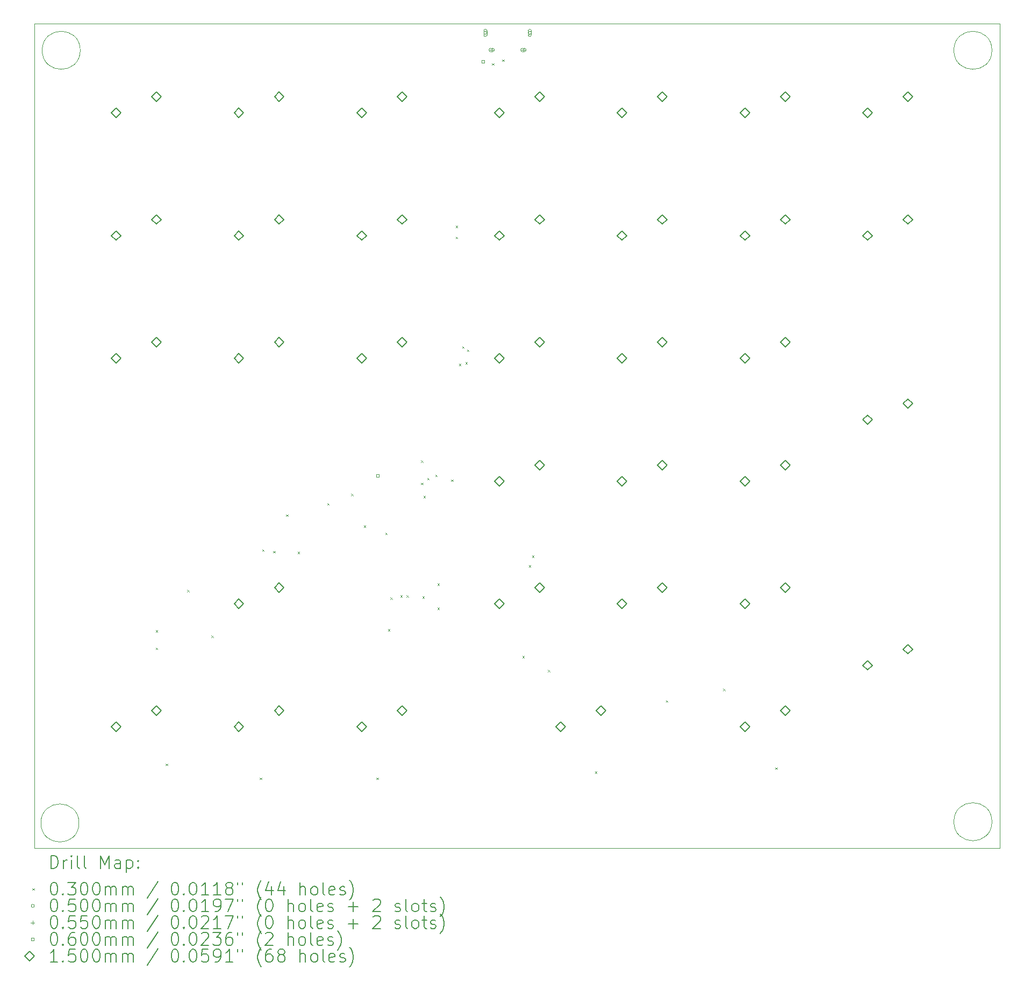
<source format=gbr>
%TF.GenerationSoftware,KiCad,Pcbnew,8.0.3*%
%TF.CreationDate,2024-06-19T10:55:35-07:00*%
%TF.ProjectId,CustomNumpad,43757374-6f6d-44e7-956d-7061642e6b69,rev?*%
%TF.SameCoordinates,Original*%
%TF.FileFunction,Drillmap*%
%TF.FilePolarity,Positive*%
%FSLAX45Y45*%
G04 Gerber Fmt 4.5, Leading zero omitted, Abs format (unit mm)*
G04 Created by KiCad (PCBNEW 8.0.3) date 2024-06-19 10:55:35*
%MOMM*%
%LPD*%
G01*
G04 APERTURE LIST*
%ADD10C,0.050000*%
%ADD11C,0.200000*%
%ADD12C,0.100000*%
%ADD13C,0.150000*%
G04 APERTURE END LIST*
D10*
X4500000Y-14400000D02*
G75*
G02*
X3900000Y-14400000I-300000J0D01*
G01*
X3900000Y-14400000D02*
G75*
G02*
X4500000Y-14400000I300000J0D01*
G01*
X18880000Y-14380000D02*
G75*
G02*
X18280000Y-14380000I-300000J0D01*
G01*
X18280000Y-14380000D02*
G75*
G02*
X18880000Y-14380000I300000J0D01*
G01*
X18880000Y-2220000D02*
G75*
G02*
X18280000Y-2220000I-300000J0D01*
G01*
X18280000Y-2220000D02*
G75*
G02*
X18880000Y-2220000I300000J0D01*
G01*
X4520000Y-2220000D02*
G75*
G02*
X3920000Y-2220000I-300000J0D01*
G01*
X3920000Y-2220000D02*
G75*
G02*
X4520000Y-2220000I300000J0D01*
G01*
X3800000Y-1800000D02*
X19000000Y-1800000D01*
X19000000Y-14800000D01*
X3800000Y-14800000D01*
X3800000Y-1800000D01*
D11*
D12*
X5710000Y-11360000D02*
X5740000Y-11390000D01*
X5740000Y-11360000D02*
X5710000Y-11390000D01*
X5710000Y-11635000D02*
X5740000Y-11665000D01*
X5740000Y-11635000D02*
X5710000Y-11665000D01*
X5865000Y-13465000D02*
X5895000Y-13495000D01*
X5895000Y-13465000D02*
X5865000Y-13495000D01*
X6205000Y-10725000D02*
X6235000Y-10755000D01*
X6235000Y-10725000D02*
X6205000Y-10755000D01*
X6585000Y-11445000D02*
X6615000Y-11475000D01*
X6615000Y-11445000D02*
X6585000Y-11475000D01*
X7345000Y-13685000D02*
X7375000Y-13715000D01*
X7375000Y-13685000D02*
X7345000Y-13715000D01*
X7385000Y-10085000D02*
X7415000Y-10115000D01*
X7415000Y-10085000D02*
X7385000Y-10115000D01*
X7560000Y-10110000D02*
X7590000Y-10140000D01*
X7590000Y-10110000D02*
X7560000Y-10140000D01*
X7760000Y-9535000D02*
X7790000Y-9565000D01*
X7790000Y-9535000D02*
X7760000Y-9565000D01*
X7945000Y-10125000D02*
X7975000Y-10155000D01*
X7975000Y-10125000D02*
X7945000Y-10155000D01*
X8410000Y-9360000D02*
X8440000Y-9390000D01*
X8440000Y-9360000D02*
X8410000Y-9390000D01*
X8785000Y-9210000D02*
X8815000Y-9240000D01*
X8815000Y-9210000D02*
X8785000Y-9240000D01*
X8985000Y-9710000D02*
X9015000Y-9740000D01*
X9015000Y-9710000D02*
X8985000Y-9740000D01*
X9185000Y-13685000D02*
X9215000Y-13715000D01*
X9215000Y-13685000D02*
X9185000Y-13715000D01*
X9325000Y-9825000D02*
X9355000Y-9855000D01*
X9355000Y-9825000D02*
X9325000Y-9855000D01*
X9365000Y-11345000D02*
X9395000Y-11375000D01*
X9395000Y-11345000D02*
X9365000Y-11375000D01*
X9405000Y-10845000D02*
X9435000Y-10875000D01*
X9435000Y-10845000D02*
X9405000Y-10875000D01*
X9560000Y-10810000D02*
X9590000Y-10840000D01*
X9590000Y-10810000D02*
X9560000Y-10840000D01*
X9660000Y-10810000D02*
X9690000Y-10840000D01*
X9690000Y-10810000D02*
X9660000Y-10840000D01*
X9885000Y-8685000D02*
X9915000Y-8715000D01*
X9915000Y-8685000D02*
X9885000Y-8715000D01*
X9885000Y-9035000D02*
X9915000Y-9065000D01*
X9915000Y-9035000D02*
X9885000Y-9065000D01*
X9910000Y-10825000D02*
X9940000Y-10855000D01*
X9940000Y-10825000D02*
X9910000Y-10855000D01*
X9925000Y-9245000D02*
X9955000Y-9275000D01*
X9955000Y-9245000D02*
X9925000Y-9275000D01*
X9985000Y-8960000D02*
X10015000Y-8990000D01*
X10015000Y-8960000D02*
X9985000Y-8990000D01*
X10110000Y-8910000D02*
X10140000Y-8940000D01*
X10140000Y-8910000D02*
X10110000Y-8940000D01*
X10145000Y-10625000D02*
X10175000Y-10655000D01*
X10175000Y-10625000D02*
X10145000Y-10655000D01*
X10145000Y-11005000D02*
X10175000Y-11035000D01*
X10175000Y-11005000D02*
X10145000Y-11035000D01*
X10360000Y-8985000D02*
X10390000Y-9015000D01*
X10390000Y-8985000D02*
X10360000Y-9015000D01*
X10435000Y-4985000D02*
X10465000Y-5015000D01*
X10465000Y-4985000D02*
X10435000Y-5015000D01*
X10435000Y-5160000D02*
X10465000Y-5190000D01*
X10465000Y-5160000D02*
X10435000Y-5190000D01*
X10485000Y-7160000D02*
X10515000Y-7190000D01*
X10515000Y-7160000D02*
X10485000Y-7190000D01*
X10535000Y-6885000D02*
X10565000Y-6915000D01*
X10565000Y-6885000D02*
X10535000Y-6915000D01*
X10585000Y-7135000D02*
X10615000Y-7165000D01*
X10615000Y-7135000D02*
X10585000Y-7165000D01*
X10610000Y-6935000D02*
X10640000Y-6965000D01*
X10640000Y-6935000D02*
X10610000Y-6965000D01*
X11005000Y-2425000D02*
X11035000Y-2455000D01*
X11035000Y-2425000D02*
X11005000Y-2455000D01*
X11165000Y-2365000D02*
X11195000Y-2395000D01*
X11195000Y-2365000D02*
X11165000Y-2395000D01*
X11485000Y-11765000D02*
X11515000Y-11795000D01*
X11515000Y-11765000D02*
X11485000Y-11795000D01*
X11585000Y-10335000D02*
X11615000Y-10365000D01*
X11615000Y-10335000D02*
X11585000Y-10365000D01*
X11635000Y-10185000D02*
X11665000Y-10215000D01*
X11665000Y-10185000D02*
X11635000Y-10215000D01*
X11885000Y-11985000D02*
X11915000Y-12015000D01*
X11915000Y-11985000D02*
X11885000Y-12015000D01*
X12625000Y-13585000D02*
X12655000Y-13615000D01*
X12655000Y-13585000D02*
X12625000Y-13615000D01*
X13745000Y-12465000D02*
X13775000Y-12495000D01*
X13775000Y-12465000D02*
X13745000Y-12495000D01*
X14645000Y-12285000D02*
X14675000Y-12315000D01*
X14675000Y-12285000D02*
X14645000Y-12315000D01*
X15465000Y-13525000D02*
X15495000Y-13555000D01*
X15495000Y-13525000D02*
X15465000Y-13555000D01*
X10925000Y-1945000D02*
G75*
G02*
X10875000Y-1945000I-25000J0D01*
G01*
X10875000Y-1945000D02*
G75*
G02*
X10925000Y-1945000I25000J0D01*
G01*
X10875000Y-1912500D02*
X10875000Y-1977500D01*
X10925000Y-1977500D02*
G75*
G02*
X10875000Y-1977500I-25000J0D01*
G01*
X10925000Y-1977500D02*
X10925000Y-1912500D01*
X10925000Y-1912500D02*
G75*
G03*
X10875000Y-1912500I-25000J0D01*
G01*
X11625000Y-1945000D02*
G75*
G02*
X11575000Y-1945000I-25000J0D01*
G01*
X11575000Y-1945000D02*
G75*
G02*
X11625000Y-1945000I25000J0D01*
G01*
X11575000Y-1912500D02*
X11575000Y-1977500D01*
X11625000Y-1977500D02*
G75*
G02*
X11575000Y-1977500I-25000J0D01*
G01*
X11625000Y-1977500D02*
X11625000Y-1912500D01*
X11625000Y-1912500D02*
G75*
G03*
X11575000Y-1912500I-25000J0D01*
G01*
X11000000Y-2187500D02*
X11000000Y-2242500D01*
X10972500Y-2215000D02*
X11027500Y-2215000D01*
X10985000Y-2242500D02*
X11015000Y-2242500D01*
X11015000Y-2187500D02*
G75*
G02*
X11015000Y-2242500I0J-27500D01*
G01*
X11015000Y-2187500D02*
X10985000Y-2187500D01*
X10985000Y-2187500D02*
G75*
G03*
X10985000Y-2242500I0J-27500D01*
G01*
X11500000Y-2187500D02*
X11500000Y-2242500D01*
X11472500Y-2215000D02*
X11527500Y-2215000D01*
X11485000Y-2242500D02*
X11515000Y-2242500D01*
X11515000Y-2187500D02*
G75*
G02*
X11515000Y-2242500I0J-27500D01*
G01*
X11515000Y-2187500D02*
X11485000Y-2187500D01*
X11485000Y-2187500D02*
G75*
G03*
X11485000Y-2242500I0J-27500D01*
G01*
X9221213Y-8946213D02*
X9221213Y-8903787D01*
X9178787Y-8903787D01*
X9178787Y-8946213D01*
X9221213Y-8946213D01*
X10881213Y-2421213D02*
X10881213Y-2378787D01*
X10838787Y-2378787D01*
X10838787Y-2421213D01*
X10881213Y-2421213D01*
D13*
X5084000Y-3281000D02*
X5159000Y-3206000D01*
X5084000Y-3131000D01*
X5009000Y-3206000D01*
X5084000Y-3281000D01*
X5084000Y-5216000D02*
X5159000Y-5141000D01*
X5084000Y-5066000D01*
X5009000Y-5141000D01*
X5084000Y-5216000D01*
X5084000Y-7151000D02*
X5159000Y-7076000D01*
X5084000Y-7001000D01*
X5009000Y-7076000D01*
X5084000Y-7151000D01*
X5084000Y-12956000D02*
X5159000Y-12881000D01*
X5084000Y-12806000D01*
X5009000Y-12881000D01*
X5084000Y-12956000D01*
X5719000Y-3027000D02*
X5794000Y-2952000D01*
X5719000Y-2877000D01*
X5644000Y-2952000D01*
X5719000Y-3027000D01*
X5719000Y-4962000D02*
X5794000Y-4887000D01*
X5719000Y-4812000D01*
X5644000Y-4887000D01*
X5719000Y-4962000D01*
X5719000Y-6897000D02*
X5794000Y-6822000D01*
X5719000Y-6747000D01*
X5644000Y-6822000D01*
X5719000Y-6897000D01*
X5719000Y-12702000D02*
X5794000Y-12627000D01*
X5719000Y-12552000D01*
X5644000Y-12627000D01*
X5719000Y-12702000D01*
X7019000Y-3281000D02*
X7094000Y-3206000D01*
X7019000Y-3131000D01*
X6944000Y-3206000D01*
X7019000Y-3281000D01*
X7019000Y-5216000D02*
X7094000Y-5141000D01*
X7019000Y-5066000D01*
X6944000Y-5141000D01*
X7019000Y-5216000D01*
X7019000Y-7151000D02*
X7094000Y-7076000D01*
X7019000Y-7001000D01*
X6944000Y-7076000D01*
X7019000Y-7151000D01*
X7019000Y-11021000D02*
X7094000Y-10946000D01*
X7019000Y-10871000D01*
X6944000Y-10946000D01*
X7019000Y-11021000D01*
X7019000Y-12956000D02*
X7094000Y-12881000D01*
X7019000Y-12806000D01*
X6944000Y-12881000D01*
X7019000Y-12956000D01*
X7654000Y-3027000D02*
X7729000Y-2952000D01*
X7654000Y-2877000D01*
X7579000Y-2952000D01*
X7654000Y-3027000D01*
X7654000Y-4962000D02*
X7729000Y-4887000D01*
X7654000Y-4812000D01*
X7579000Y-4887000D01*
X7654000Y-4962000D01*
X7654000Y-6897000D02*
X7729000Y-6822000D01*
X7654000Y-6747000D01*
X7579000Y-6822000D01*
X7654000Y-6897000D01*
X7654000Y-10767000D02*
X7729000Y-10692000D01*
X7654000Y-10617000D01*
X7579000Y-10692000D01*
X7654000Y-10767000D01*
X7654000Y-12702000D02*
X7729000Y-12627000D01*
X7654000Y-12552000D01*
X7579000Y-12627000D01*
X7654000Y-12702000D01*
X8954000Y-3281000D02*
X9029000Y-3206000D01*
X8954000Y-3131000D01*
X8879000Y-3206000D01*
X8954000Y-3281000D01*
X8954000Y-5216000D02*
X9029000Y-5141000D01*
X8954000Y-5066000D01*
X8879000Y-5141000D01*
X8954000Y-5216000D01*
X8954000Y-7151000D02*
X9029000Y-7076000D01*
X8954000Y-7001000D01*
X8879000Y-7076000D01*
X8954000Y-7151000D01*
X8954000Y-12956000D02*
X9029000Y-12881000D01*
X8954000Y-12806000D01*
X8879000Y-12881000D01*
X8954000Y-12956000D01*
X9589000Y-3027000D02*
X9664000Y-2952000D01*
X9589000Y-2877000D01*
X9514000Y-2952000D01*
X9589000Y-3027000D01*
X9589000Y-4962000D02*
X9664000Y-4887000D01*
X9589000Y-4812000D01*
X9514000Y-4887000D01*
X9589000Y-4962000D01*
X9589000Y-6897000D02*
X9664000Y-6822000D01*
X9589000Y-6747000D01*
X9514000Y-6822000D01*
X9589000Y-6897000D01*
X9589000Y-12702000D02*
X9664000Y-12627000D01*
X9589000Y-12552000D01*
X9514000Y-12627000D01*
X9589000Y-12702000D01*
X11119000Y-3281000D02*
X11194000Y-3206000D01*
X11119000Y-3131000D01*
X11044000Y-3206000D01*
X11119000Y-3281000D01*
X11119000Y-5216000D02*
X11194000Y-5141000D01*
X11119000Y-5066000D01*
X11044000Y-5141000D01*
X11119000Y-5216000D01*
X11119000Y-7151000D02*
X11194000Y-7076000D01*
X11119000Y-7001000D01*
X11044000Y-7076000D01*
X11119000Y-7151000D01*
X11119000Y-9086000D02*
X11194000Y-9011000D01*
X11119000Y-8936000D01*
X11044000Y-9011000D01*
X11119000Y-9086000D01*
X11119000Y-11021000D02*
X11194000Y-10946000D01*
X11119000Y-10871000D01*
X11044000Y-10946000D01*
X11119000Y-11021000D01*
X11754000Y-3027000D02*
X11829000Y-2952000D01*
X11754000Y-2877000D01*
X11679000Y-2952000D01*
X11754000Y-3027000D01*
X11754000Y-4962000D02*
X11829000Y-4887000D01*
X11754000Y-4812000D01*
X11679000Y-4887000D01*
X11754000Y-4962000D01*
X11754000Y-6897000D02*
X11829000Y-6822000D01*
X11754000Y-6747000D01*
X11679000Y-6822000D01*
X11754000Y-6897000D01*
X11754000Y-8832000D02*
X11829000Y-8757000D01*
X11754000Y-8682000D01*
X11679000Y-8757000D01*
X11754000Y-8832000D01*
X11754000Y-10767000D02*
X11829000Y-10692000D01*
X11754000Y-10617000D01*
X11679000Y-10692000D01*
X11754000Y-10767000D01*
X12086500Y-12956000D02*
X12161500Y-12881000D01*
X12086500Y-12806000D01*
X12011500Y-12881000D01*
X12086500Y-12956000D01*
X12721500Y-12702000D02*
X12796500Y-12627000D01*
X12721500Y-12552000D01*
X12646500Y-12627000D01*
X12721500Y-12702000D01*
X13054000Y-3281000D02*
X13129000Y-3206000D01*
X13054000Y-3131000D01*
X12979000Y-3206000D01*
X13054000Y-3281000D01*
X13054000Y-5216000D02*
X13129000Y-5141000D01*
X13054000Y-5066000D01*
X12979000Y-5141000D01*
X13054000Y-5216000D01*
X13054000Y-7151000D02*
X13129000Y-7076000D01*
X13054000Y-7001000D01*
X12979000Y-7076000D01*
X13054000Y-7151000D01*
X13054000Y-9086000D02*
X13129000Y-9011000D01*
X13054000Y-8936000D01*
X12979000Y-9011000D01*
X13054000Y-9086000D01*
X13054000Y-11021000D02*
X13129000Y-10946000D01*
X13054000Y-10871000D01*
X12979000Y-10946000D01*
X13054000Y-11021000D01*
X13689000Y-3027000D02*
X13764000Y-2952000D01*
X13689000Y-2877000D01*
X13614000Y-2952000D01*
X13689000Y-3027000D01*
X13689000Y-4962000D02*
X13764000Y-4887000D01*
X13689000Y-4812000D01*
X13614000Y-4887000D01*
X13689000Y-4962000D01*
X13689000Y-6897000D02*
X13764000Y-6822000D01*
X13689000Y-6747000D01*
X13614000Y-6822000D01*
X13689000Y-6897000D01*
X13689000Y-8832000D02*
X13764000Y-8757000D01*
X13689000Y-8682000D01*
X13614000Y-8757000D01*
X13689000Y-8832000D01*
X13689000Y-10767000D02*
X13764000Y-10692000D01*
X13689000Y-10617000D01*
X13614000Y-10692000D01*
X13689000Y-10767000D01*
X14989000Y-3281000D02*
X15064000Y-3206000D01*
X14989000Y-3131000D01*
X14914000Y-3206000D01*
X14989000Y-3281000D01*
X14989000Y-5216000D02*
X15064000Y-5141000D01*
X14989000Y-5066000D01*
X14914000Y-5141000D01*
X14989000Y-5216000D01*
X14989000Y-7151000D02*
X15064000Y-7076000D01*
X14989000Y-7001000D01*
X14914000Y-7076000D01*
X14989000Y-7151000D01*
X14989000Y-9086000D02*
X15064000Y-9011000D01*
X14989000Y-8936000D01*
X14914000Y-9011000D01*
X14989000Y-9086000D01*
X14989000Y-11021000D02*
X15064000Y-10946000D01*
X14989000Y-10871000D01*
X14914000Y-10946000D01*
X14989000Y-11021000D01*
X14989000Y-12956000D02*
X15064000Y-12881000D01*
X14989000Y-12806000D01*
X14914000Y-12881000D01*
X14989000Y-12956000D01*
X15624000Y-3027000D02*
X15699000Y-2952000D01*
X15624000Y-2877000D01*
X15549000Y-2952000D01*
X15624000Y-3027000D01*
X15624000Y-4962000D02*
X15699000Y-4887000D01*
X15624000Y-4812000D01*
X15549000Y-4887000D01*
X15624000Y-4962000D01*
X15624000Y-6897000D02*
X15699000Y-6822000D01*
X15624000Y-6747000D01*
X15549000Y-6822000D01*
X15624000Y-6897000D01*
X15624000Y-8832000D02*
X15699000Y-8757000D01*
X15624000Y-8682000D01*
X15549000Y-8757000D01*
X15624000Y-8832000D01*
X15624000Y-10767000D02*
X15699000Y-10692000D01*
X15624000Y-10617000D01*
X15549000Y-10692000D01*
X15624000Y-10767000D01*
X15624000Y-12702000D02*
X15699000Y-12627000D01*
X15624000Y-12552000D01*
X15549000Y-12627000D01*
X15624000Y-12702000D01*
X16924000Y-3281000D02*
X16999000Y-3206000D01*
X16924000Y-3131000D01*
X16849000Y-3206000D01*
X16924000Y-3281000D01*
X16924000Y-5216000D02*
X16999000Y-5141000D01*
X16924000Y-5066000D01*
X16849000Y-5141000D01*
X16924000Y-5216000D01*
X16924000Y-8118500D02*
X16999000Y-8043500D01*
X16924000Y-7968500D01*
X16849000Y-8043500D01*
X16924000Y-8118500D01*
X16924000Y-11988500D02*
X16999000Y-11913500D01*
X16924000Y-11838500D01*
X16849000Y-11913500D01*
X16924000Y-11988500D01*
X17559000Y-3027000D02*
X17634000Y-2952000D01*
X17559000Y-2877000D01*
X17484000Y-2952000D01*
X17559000Y-3027000D01*
X17559000Y-4962000D02*
X17634000Y-4887000D01*
X17559000Y-4812000D01*
X17484000Y-4887000D01*
X17559000Y-4962000D01*
X17559000Y-7864500D02*
X17634000Y-7789500D01*
X17559000Y-7714500D01*
X17484000Y-7789500D01*
X17559000Y-7864500D01*
X17559000Y-11734500D02*
X17634000Y-11659500D01*
X17559000Y-11584500D01*
X17484000Y-11659500D01*
X17559000Y-11734500D01*
D11*
X4058277Y-15113984D02*
X4058277Y-14913984D01*
X4058277Y-14913984D02*
X4105896Y-14913984D01*
X4105896Y-14913984D02*
X4134467Y-14923508D01*
X4134467Y-14923508D02*
X4153515Y-14942555D01*
X4153515Y-14942555D02*
X4163039Y-14961603D01*
X4163039Y-14961603D02*
X4172562Y-14999698D01*
X4172562Y-14999698D02*
X4172562Y-15028269D01*
X4172562Y-15028269D02*
X4163039Y-15066365D01*
X4163039Y-15066365D02*
X4153515Y-15085412D01*
X4153515Y-15085412D02*
X4134467Y-15104460D01*
X4134467Y-15104460D02*
X4105896Y-15113984D01*
X4105896Y-15113984D02*
X4058277Y-15113984D01*
X4258277Y-15113984D02*
X4258277Y-14980650D01*
X4258277Y-15018746D02*
X4267801Y-14999698D01*
X4267801Y-14999698D02*
X4277324Y-14990174D01*
X4277324Y-14990174D02*
X4296372Y-14980650D01*
X4296372Y-14980650D02*
X4315420Y-14980650D01*
X4382086Y-15113984D02*
X4382086Y-14980650D01*
X4382086Y-14913984D02*
X4372563Y-14923508D01*
X4372563Y-14923508D02*
X4382086Y-14933031D01*
X4382086Y-14933031D02*
X4391610Y-14923508D01*
X4391610Y-14923508D02*
X4382086Y-14913984D01*
X4382086Y-14913984D02*
X4382086Y-14933031D01*
X4505896Y-15113984D02*
X4486848Y-15104460D01*
X4486848Y-15104460D02*
X4477324Y-15085412D01*
X4477324Y-15085412D02*
X4477324Y-14913984D01*
X4610658Y-15113984D02*
X4591610Y-15104460D01*
X4591610Y-15104460D02*
X4582086Y-15085412D01*
X4582086Y-15085412D02*
X4582086Y-14913984D01*
X4839229Y-15113984D02*
X4839229Y-14913984D01*
X4839229Y-14913984D02*
X4905896Y-15056841D01*
X4905896Y-15056841D02*
X4972563Y-14913984D01*
X4972563Y-14913984D02*
X4972563Y-15113984D01*
X5153515Y-15113984D02*
X5153515Y-15009222D01*
X5153515Y-15009222D02*
X5143991Y-14990174D01*
X5143991Y-14990174D02*
X5124944Y-14980650D01*
X5124944Y-14980650D02*
X5086848Y-14980650D01*
X5086848Y-14980650D02*
X5067801Y-14990174D01*
X5153515Y-15104460D02*
X5134467Y-15113984D01*
X5134467Y-15113984D02*
X5086848Y-15113984D01*
X5086848Y-15113984D02*
X5067801Y-15104460D01*
X5067801Y-15104460D02*
X5058277Y-15085412D01*
X5058277Y-15085412D02*
X5058277Y-15066365D01*
X5058277Y-15066365D02*
X5067801Y-15047317D01*
X5067801Y-15047317D02*
X5086848Y-15037793D01*
X5086848Y-15037793D02*
X5134467Y-15037793D01*
X5134467Y-15037793D02*
X5153515Y-15028269D01*
X5248753Y-14980650D02*
X5248753Y-15180650D01*
X5248753Y-14990174D02*
X5267801Y-14980650D01*
X5267801Y-14980650D02*
X5305896Y-14980650D01*
X5305896Y-14980650D02*
X5324944Y-14990174D01*
X5324944Y-14990174D02*
X5334467Y-14999698D01*
X5334467Y-14999698D02*
X5343991Y-15018746D01*
X5343991Y-15018746D02*
X5343991Y-15075888D01*
X5343991Y-15075888D02*
X5334467Y-15094936D01*
X5334467Y-15094936D02*
X5324944Y-15104460D01*
X5324944Y-15104460D02*
X5305896Y-15113984D01*
X5305896Y-15113984D02*
X5267801Y-15113984D01*
X5267801Y-15113984D02*
X5248753Y-15104460D01*
X5429705Y-15094936D02*
X5439229Y-15104460D01*
X5439229Y-15104460D02*
X5429705Y-15113984D01*
X5429705Y-15113984D02*
X5420182Y-15104460D01*
X5420182Y-15104460D02*
X5429705Y-15094936D01*
X5429705Y-15094936D02*
X5429705Y-15113984D01*
X5429705Y-14990174D02*
X5439229Y-14999698D01*
X5439229Y-14999698D02*
X5429705Y-15009222D01*
X5429705Y-15009222D02*
X5420182Y-14999698D01*
X5420182Y-14999698D02*
X5429705Y-14990174D01*
X5429705Y-14990174D02*
X5429705Y-15009222D01*
D12*
X3767500Y-15427500D02*
X3797500Y-15457500D01*
X3797500Y-15427500D02*
X3767500Y-15457500D01*
D11*
X4096372Y-15333984D02*
X4115420Y-15333984D01*
X4115420Y-15333984D02*
X4134467Y-15343508D01*
X4134467Y-15343508D02*
X4143991Y-15353031D01*
X4143991Y-15353031D02*
X4153515Y-15372079D01*
X4153515Y-15372079D02*
X4163039Y-15410174D01*
X4163039Y-15410174D02*
X4163039Y-15457793D01*
X4163039Y-15457793D02*
X4153515Y-15495888D01*
X4153515Y-15495888D02*
X4143991Y-15514936D01*
X4143991Y-15514936D02*
X4134467Y-15524460D01*
X4134467Y-15524460D02*
X4115420Y-15533984D01*
X4115420Y-15533984D02*
X4096372Y-15533984D01*
X4096372Y-15533984D02*
X4077324Y-15524460D01*
X4077324Y-15524460D02*
X4067801Y-15514936D01*
X4067801Y-15514936D02*
X4058277Y-15495888D01*
X4058277Y-15495888D02*
X4048753Y-15457793D01*
X4048753Y-15457793D02*
X4048753Y-15410174D01*
X4048753Y-15410174D02*
X4058277Y-15372079D01*
X4058277Y-15372079D02*
X4067801Y-15353031D01*
X4067801Y-15353031D02*
X4077324Y-15343508D01*
X4077324Y-15343508D02*
X4096372Y-15333984D01*
X4248753Y-15514936D02*
X4258277Y-15524460D01*
X4258277Y-15524460D02*
X4248753Y-15533984D01*
X4248753Y-15533984D02*
X4239229Y-15524460D01*
X4239229Y-15524460D02*
X4248753Y-15514936D01*
X4248753Y-15514936D02*
X4248753Y-15533984D01*
X4324944Y-15333984D02*
X4448753Y-15333984D01*
X4448753Y-15333984D02*
X4382086Y-15410174D01*
X4382086Y-15410174D02*
X4410658Y-15410174D01*
X4410658Y-15410174D02*
X4429705Y-15419698D01*
X4429705Y-15419698D02*
X4439229Y-15429222D01*
X4439229Y-15429222D02*
X4448753Y-15448269D01*
X4448753Y-15448269D02*
X4448753Y-15495888D01*
X4448753Y-15495888D02*
X4439229Y-15514936D01*
X4439229Y-15514936D02*
X4429705Y-15524460D01*
X4429705Y-15524460D02*
X4410658Y-15533984D01*
X4410658Y-15533984D02*
X4353515Y-15533984D01*
X4353515Y-15533984D02*
X4334467Y-15524460D01*
X4334467Y-15524460D02*
X4324944Y-15514936D01*
X4572563Y-15333984D02*
X4591610Y-15333984D01*
X4591610Y-15333984D02*
X4610658Y-15343508D01*
X4610658Y-15343508D02*
X4620182Y-15353031D01*
X4620182Y-15353031D02*
X4629705Y-15372079D01*
X4629705Y-15372079D02*
X4639229Y-15410174D01*
X4639229Y-15410174D02*
X4639229Y-15457793D01*
X4639229Y-15457793D02*
X4629705Y-15495888D01*
X4629705Y-15495888D02*
X4620182Y-15514936D01*
X4620182Y-15514936D02*
X4610658Y-15524460D01*
X4610658Y-15524460D02*
X4591610Y-15533984D01*
X4591610Y-15533984D02*
X4572563Y-15533984D01*
X4572563Y-15533984D02*
X4553515Y-15524460D01*
X4553515Y-15524460D02*
X4543991Y-15514936D01*
X4543991Y-15514936D02*
X4534467Y-15495888D01*
X4534467Y-15495888D02*
X4524944Y-15457793D01*
X4524944Y-15457793D02*
X4524944Y-15410174D01*
X4524944Y-15410174D02*
X4534467Y-15372079D01*
X4534467Y-15372079D02*
X4543991Y-15353031D01*
X4543991Y-15353031D02*
X4553515Y-15343508D01*
X4553515Y-15343508D02*
X4572563Y-15333984D01*
X4763039Y-15333984D02*
X4782086Y-15333984D01*
X4782086Y-15333984D02*
X4801134Y-15343508D01*
X4801134Y-15343508D02*
X4810658Y-15353031D01*
X4810658Y-15353031D02*
X4820182Y-15372079D01*
X4820182Y-15372079D02*
X4829705Y-15410174D01*
X4829705Y-15410174D02*
X4829705Y-15457793D01*
X4829705Y-15457793D02*
X4820182Y-15495888D01*
X4820182Y-15495888D02*
X4810658Y-15514936D01*
X4810658Y-15514936D02*
X4801134Y-15524460D01*
X4801134Y-15524460D02*
X4782086Y-15533984D01*
X4782086Y-15533984D02*
X4763039Y-15533984D01*
X4763039Y-15533984D02*
X4743991Y-15524460D01*
X4743991Y-15524460D02*
X4734467Y-15514936D01*
X4734467Y-15514936D02*
X4724944Y-15495888D01*
X4724944Y-15495888D02*
X4715420Y-15457793D01*
X4715420Y-15457793D02*
X4715420Y-15410174D01*
X4715420Y-15410174D02*
X4724944Y-15372079D01*
X4724944Y-15372079D02*
X4734467Y-15353031D01*
X4734467Y-15353031D02*
X4743991Y-15343508D01*
X4743991Y-15343508D02*
X4763039Y-15333984D01*
X4915420Y-15533984D02*
X4915420Y-15400650D01*
X4915420Y-15419698D02*
X4924944Y-15410174D01*
X4924944Y-15410174D02*
X4943991Y-15400650D01*
X4943991Y-15400650D02*
X4972563Y-15400650D01*
X4972563Y-15400650D02*
X4991610Y-15410174D01*
X4991610Y-15410174D02*
X5001134Y-15429222D01*
X5001134Y-15429222D02*
X5001134Y-15533984D01*
X5001134Y-15429222D02*
X5010658Y-15410174D01*
X5010658Y-15410174D02*
X5029705Y-15400650D01*
X5029705Y-15400650D02*
X5058277Y-15400650D01*
X5058277Y-15400650D02*
X5077325Y-15410174D01*
X5077325Y-15410174D02*
X5086848Y-15429222D01*
X5086848Y-15429222D02*
X5086848Y-15533984D01*
X5182086Y-15533984D02*
X5182086Y-15400650D01*
X5182086Y-15419698D02*
X5191610Y-15410174D01*
X5191610Y-15410174D02*
X5210658Y-15400650D01*
X5210658Y-15400650D02*
X5239229Y-15400650D01*
X5239229Y-15400650D02*
X5258277Y-15410174D01*
X5258277Y-15410174D02*
X5267801Y-15429222D01*
X5267801Y-15429222D02*
X5267801Y-15533984D01*
X5267801Y-15429222D02*
X5277325Y-15410174D01*
X5277325Y-15410174D02*
X5296372Y-15400650D01*
X5296372Y-15400650D02*
X5324944Y-15400650D01*
X5324944Y-15400650D02*
X5343991Y-15410174D01*
X5343991Y-15410174D02*
X5353515Y-15429222D01*
X5353515Y-15429222D02*
X5353515Y-15533984D01*
X5743991Y-15324460D02*
X5572563Y-15581603D01*
X6001134Y-15333984D02*
X6020182Y-15333984D01*
X6020182Y-15333984D02*
X6039229Y-15343508D01*
X6039229Y-15343508D02*
X6048753Y-15353031D01*
X6048753Y-15353031D02*
X6058277Y-15372079D01*
X6058277Y-15372079D02*
X6067801Y-15410174D01*
X6067801Y-15410174D02*
X6067801Y-15457793D01*
X6067801Y-15457793D02*
X6058277Y-15495888D01*
X6058277Y-15495888D02*
X6048753Y-15514936D01*
X6048753Y-15514936D02*
X6039229Y-15524460D01*
X6039229Y-15524460D02*
X6020182Y-15533984D01*
X6020182Y-15533984D02*
X6001134Y-15533984D01*
X6001134Y-15533984D02*
X5982086Y-15524460D01*
X5982086Y-15524460D02*
X5972563Y-15514936D01*
X5972563Y-15514936D02*
X5963039Y-15495888D01*
X5963039Y-15495888D02*
X5953515Y-15457793D01*
X5953515Y-15457793D02*
X5953515Y-15410174D01*
X5953515Y-15410174D02*
X5963039Y-15372079D01*
X5963039Y-15372079D02*
X5972563Y-15353031D01*
X5972563Y-15353031D02*
X5982086Y-15343508D01*
X5982086Y-15343508D02*
X6001134Y-15333984D01*
X6153515Y-15514936D02*
X6163039Y-15524460D01*
X6163039Y-15524460D02*
X6153515Y-15533984D01*
X6153515Y-15533984D02*
X6143991Y-15524460D01*
X6143991Y-15524460D02*
X6153515Y-15514936D01*
X6153515Y-15514936D02*
X6153515Y-15533984D01*
X6286848Y-15333984D02*
X6305896Y-15333984D01*
X6305896Y-15333984D02*
X6324944Y-15343508D01*
X6324944Y-15343508D02*
X6334467Y-15353031D01*
X6334467Y-15353031D02*
X6343991Y-15372079D01*
X6343991Y-15372079D02*
X6353515Y-15410174D01*
X6353515Y-15410174D02*
X6353515Y-15457793D01*
X6353515Y-15457793D02*
X6343991Y-15495888D01*
X6343991Y-15495888D02*
X6334467Y-15514936D01*
X6334467Y-15514936D02*
X6324944Y-15524460D01*
X6324944Y-15524460D02*
X6305896Y-15533984D01*
X6305896Y-15533984D02*
X6286848Y-15533984D01*
X6286848Y-15533984D02*
X6267801Y-15524460D01*
X6267801Y-15524460D02*
X6258277Y-15514936D01*
X6258277Y-15514936D02*
X6248753Y-15495888D01*
X6248753Y-15495888D02*
X6239229Y-15457793D01*
X6239229Y-15457793D02*
X6239229Y-15410174D01*
X6239229Y-15410174D02*
X6248753Y-15372079D01*
X6248753Y-15372079D02*
X6258277Y-15353031D01*
X6258277Y-15353031D02*
X6267801Y-15343508D01*
X6267801Y-15343508D02*
X6286848Y-15333984D01*
X6543991Y-15533984D02*
X6429706Y-15533984D01*
X6486848Y-15533984D02*
X6486848Y-15333984D01*
X6486848Y-15333984D02*
X6467801Y-15362555D01*
X6467801Y-15362555D02*
X6448753Y-15381603D01*
X6448753Y-15381603D02*
X6429706Y-15391127D01*
X6734467Y-15533984D02*
X6620182Y-15533984D01*
X6677325Y-15533984D02*
X6677325Y-15333984D01*
X6677325Y-15333984D02*
X6658277Y-15362555D01*
X6658277Y-15362555D02*
X6639229Y-15381603D01*
X6639229Y-15381603D02*
X6620182Y-15391127D01*
X6848753Y-15419698D02*
X6829706Y-15410174D01*
X6829706Y-15410174D02*
X6820182Y-15400650D01*
X6820182Y-15400650D02*
X6810658Y-15381603D01*
X6810658Y-15381603D02*
X6810658Y-15372079D01*
X6810658Y-15372079D02*
X6820182Y-15353031D01*
X6820182Y-15353031D02*
X6829706Y-15343508D01*
X6829706Y-15343508D02*
X6848753Y-15333984D01*
X6848753Y-15333984D02*
X6886848Y-15333984D01*
X6886848Y-15333984D02*
X6905896Y-15343508D01*
X6905896Y-15343508D02*
X6915420Y-15353031D01*
X6915420Y-15353031D02*
X6924944Y-15372079D01*
X6924944Y-15372079D02*
X6924944Y-15381603D01*
X6924944Y-15381603D02*
X6915420Y-15400650D01*
X6915420Y-15400650D02*
X6905896Y-15410174D01*
X6905896Y-15410174D02*
X6886848Y-15419698D01*
X6886848Y-15419698D02*
X6848753Y-15419698D01*
X6848753Y-15419698D02*
X6829706Y-15429222D01*
X6829706Y-15429222D02*
X6820182Y-15438746D01*
X6820182Y-15438746D02*
X6810658Y-15457793D01*
X6810658Y-15457793D02*
X6810658Y-15495888D01*
X6810658Y-15495888D02*
X6820182Y-15514936D01*
X6820182Y-15514936D02*
X6829706Y-15524460D01*
X6829706Y-15524460D02*
X6848753Y-15533984D01*
X6848753Y-15533984D02*
X6886848Y-15533984D01*
X6886848Y-15533984D02*
X6905896Y-15524460D01*
X6905896Y-15524460D02*
X6915420Y-15514936D01*
X6915420Y-15514936D02*
X6924944Y-15495888D01*
X6924944Y-15495888D02*
X6924944Y-15457793D01*
X6924944Y-15457793D02*
X6915420Y-15438746D01*
X6915420Y-15438746D02*
X6905896Y-15429222D01*
X6905896Y-15429222D02*
X6886848Y-15419698D01*
X7001134Y-15333984D02*
X7001134Y-15372079D01*
X7077325Y-15333984D02*
X7077325Y-15372079D01*
X7372563Y-15610174D02*
X7363039Y-15600650D01*
X7363039Y-15600650D02*
X7343991Y-15572079D01*
X7343991Y-15572079D02*
X7334468Y-15553031D01*
X7334468Y-15553031D02*
X7324944Y-15524460D01*
X7324944Y-15524460D02*
X7315420Y-15476841D01*
X7315420Y-15476841D02*
X7315420Y-15438746D01*
X7315420Y-15438746D02*
X7324944Y-15391127D01*
X7324944Y-15391127D02*
X7334468Y-15362555D01*
X7334468Y-15362555D02*
X7343991Y-15343508D01*
X7343991Y-15343508D02*
X7363039Y-15314936D01*
X7363039Y-15314936D02*
X7372563Y-15305412D01*
X7534468Y-15400650D02*
X7534468Y-15533984D01*
X7486848Y-15324460D02*
X7439229Y-15467317D01*
X7439229Y-15467317D02*
X7563039Y-15467317D01*
X7724944Y-15400650D02*
X7724944Y-15533984D01*
X7677325Y-15324460D02*
X7629706Y-15467317D01*
X7629706Y-15467317D02*
X7753515Y-15467317D01*
X7982087Y-15533984D02*
X7982087Y-15333984D01*
X8067801Y-15533984D02*
X8067801Y-15429222D01*
X8067801Y-15429222D02*
X8058277Y-15410174D01*
X8058277Y-15410174D02*
X8039230Y-15400650D01*
X8039230Y-15400650D02*
X8010658Y-15400650D01*
X8010658Y-15400650D02*
X7991610Y-15410174D01*
X7991610Y-15410174D02*
X7982087Y-15419698D01*
X8191610Y-15533984D02*
X8172563Y-15524460D01*
X8172563Y-15524460D02*
X8163039Y-15514936D01*
X8163039Y-15514936D02*
X8153515Y-15495888D01*
X8153515Y-15495888D02*
X8153515Y-15438746D01*
X8153515Y-15438746D02*
X8163039Y-15419698D01*
X8163039Y-15419698D02*
X8172563Y-15410174D01*
X8172563Y-15410174D02*
X8191610Y-15400650D01*
X8191610Y-15400650D02*
X8220182Y-15400650D01*
X8220182Y-15400650D02*
X8239230Y-15410174D01*
X8239230Y-15410174D02*
X8248753Y-15419698D01*
X8248753Y-15419698D02*
X8258277Y-15438746D01*
X8258277Y-15438746D02*
X8258277Y-15495888D01*
X8258277Y-15495888D02*
X8248753Y-15514936D01*
X8248753Y-15514936D02*
X8239230Y-15524460D01*
X8239230Y-15524460D02*
X8220182Y-15533984D01*
X8220182Y-15533984D02*
X8191610Y-15533984D01*
X8372563Y-15533984D02*
X8353515Y-15524460D01*
X8353515Y-15524460D02*
X8343991Y-15505412D01*
X8343991Y-15505412D02*
X8343991Y-15333984D01*
X8524944Y-15524460D02*
X8505896Y-15533984D01*
X8505896Y-15533984D02*
X8467801Y-15533984D01*
X8467801Y-15533984D02*
X8448753Y-15524460D01*
X8448753Y-15524460D02*
X8439230Y-15505412D01*
X8439230Y-15505412D02*
X8439230Y-15429222D01*
X8439230Y-15429222D02*
X8448753Y-15410174D01*
X8448753Y-15410174D02*
X8467801Y-15400650D01*
X8467801Y-15400650D02*
X8505896Y-15400650D01*
X8505896Y-15400650D02*
X8524944Y-15410174D01*
X8524944Y-15410174D02*
X8534468Y-15429222D01*
X8534468Y-15429222D02*
X8534468Y-15448269D01*
X8534468Y-15448269D02*
X8439230Y-15467317D01*
X8610658Y-15524460D02*
X8629706Y-15533984D01*
X8629706Y-15533984D02*
X8667801Y-15533984D01*
X8667801Y-15533984D02*
X8686849Y-15524460D01*
X8686849Y-15524460D02*
X8696373Y-15505412D01*
X8696373Y-15505412D02*
X8696373Y-15495888D01*
X8696373Y-15495888D02*
X8686849Y-15476841D01*
X8686849Y-15476841D02*
X8667801Y-15467317D01*
X8667801Y-15467317D02*
X8639230Y-15467317D01*
X8639230Y-15467317D02*
X8620182Y-15457793D01*
X8620182Y-15457793D02*
X8610658Y-15438746D01*
X8610658Y-15438746D02*
X8610658Y-15429222D01*
X8610658Y-15429222D02*
X8620182Y-15410174D01*
X8620182Y-15410174D02*
X8639230Y-15400650D01*
X8639230Y-15400650D02*
X8667801Y-15400650D01*
X8667801Y-15400650D02*
X8686849Y-15410174D01*
X8763039Y-15610174D02*
X8772563Y-15600650D01*
X8772563Y-15600650D02*
X8791611Y-15572079D01*
X8791611Y-15572079D02*
X8801134Y-15553031D01*
X8801134Y-15553031D02*
X8810658Y-15524460D01*
X8810658Y-15524460D02*
X8820182Y-15476841D01*
X8820182Y-15476841D02*
X8820182Y-15438746D01*
X8820182Y-15438746D02*
X8810658Y-15391127D01*
X8810658Y-15391127D02*
X8801134Y-15362555D01*
X8801134Y-15362555D02*
X8791611Y-15343508D01*
X8791611Y-15343508D02*
X8772563Y-15314936D01*
X8772563Y-15314936D02*
X8763039Y-15305412D01*
D12*
X3797500Y-15706500D02*
G75*
G02*
X3747500Y-15706500I-25000J0D01*
G01*
X3747500Y-15706500D02*
G75*
G02*
X3797500Y-15706500I25000J0D01*
G01*
D11*
X4096372Y-15597984D02*
X4115420Y-15597984D01*
X4115420Y-15597984D02*
X4134467Y-15607508D01*
X4134467Y-15607508D02*
X4143991Y-15617031D01*
X4143991Y-15617031D02*
X4153515Y-15636079D01*
X4153515Y-15636079D02*
X4163039Y-15674174D01*
X4163039Y-15674174D02*
X4163039Y-15721793D01*
X4163039Y-15721793D02*
X4153515Y-15759888D01*
X4153515Y-15759888D02*
X4143991Y-15778936D01*
X4143991Y-15778936D02*
X4134467Y-15788460D01*
X4134467Y-15788460D02*
X4115420Y-15797984D01*
X4115420Y-15797984D02*
X4096372Y-15797984D01*
X4096372Y-15797984D02*
X4077324Y-15788460D01*
X4077324Y-15788460D02*
X4067801Y-15778936D01*
X4067801Y-15778936D02*
X4058277Y-15759888D01*
X4058277Y-15759888D02*
X4048753Y-15721793D01*
X4048753Y-15721793D02*
X4048753Y-15674174D01*
X4048753Y-15674174D02*
X4058277Y-15636079D01*
X4058277Y-15636079D02*
X4067801Y-15617031D01*
X4067801Y-15617031D02*
X4077324Y-15607508D01*
X4077324Y-15607508D02*
X4096372Y-15597984D01*
X4248753Y-15778936D02*
X4258277Y-15788460D01*
X4258277Y-15788460D02*
X4248753Y-15797984D01*
X4248753Y-15797984D02*
X4239229Y-15788460D01*
X4239229Y-15788460D02*
X4248753Y-15778936D01*
X4248753Y-15778936D02*
X4248753Y-15797984D01*
X4439229Y-15597984D02*
X4343991Y-15597984D01*
X4343991Y-15597984D02*
X4334467Y-15693222D01*
X4334467Y-15693222D02*
X4343991Y-15683698D01*
X4343991Y-15683698D02*
X4363039Y-15674174D01*
X4363039Y-15674174D02*
X4410658Y-15674174D01*
X4410658Y-15674174D02*
X4429705Y-15683698D01*
X4429705Y-15683698D02*
X4439229Y-15693222D01*
X4439229Y-15693222D02*
X4448753Y-15712269D01*
X4448753Y-15712269D02*
X4448753Y-15759888D01*
X4448753Y-15759888D02*
X4439229Y-15778936D01*
X4439229Y-15778936D02*
X4429705Y-15788460D01*
X4429705Y-15788460D02*
X4410658Y-15797984D01*
X4410658Y-15797984D02*
X4363039Y-15797984D01*
X4363039Y-15797984D02*
X4343991Y-15788460D01*
X4343991Y-15788460D02*
X4334467Y-15778936D01*
X4572563Y-15597984D02*
X4591610Y-15597984D01*
X4591610Y-15597984D02*
X4610658Y-15607508D01*
X4610658Y-15607508D02*
X4620182Y-15617031D01*
X4620182Y-15617031D02*
X4629705Y-15636079D01*
X4629705Y-15636079D02*
X4639229Y-15674174D01*
X4639229Y-15674174D02*
X4639229Y-15721793D01*
X4639229Y-15721793D02*
X4629705Y-15759888D01*
X4629705Y-15759888D02*
X4620182Y-15778936D01*
X4620182Y-15778936D02*
X4610658Y-15788460D01*
X4610658Y-15788460D02*
X4591610Y-15797984D01*
X4591610Y-15797984D02*
X4572563Y-15797984D01*
X4572563Y-15797984D02*
X4553515Y-15788460D01*
X4553515Y-15788460D02*
X4543991Y-15778936D01*
X4543991Y-15778936D02*
X4534467Y-15759888D01*
X4534467Y-15759888D02*
X4524944Y-15721793D01*
X4524944Y-15721793D02*
X4524944Y-15674174D01*
X4524944Y-15674174D02*
X4534467Y-15636079D01*
X4534467Y-15636079D02*
X4543991Y-15617031D01*
X4543991Y-15617031D02*
X4553515Y-15607508D01*
X4553515Y-15607508D02*
X4572563Y-15597984D01*
X4763039Y-15597984D02*
X4782086Y-15597984D01*
X4782086Y-15597984D02*
X4801134Y-15607508D01*
X4801134Y-15607508D02*
X4810658Y-15617031D01*
X4810658Y-15617031D02*
X4820182Y-15636079D01*
X4820182Y-15636079D02*
X4829705Y-15674174D01*
X4829705Y-15674174D02*
X4829705Y-15721793D01*
X4829705Y-15721793D02*
X4820182Y-15759888D01*
X4820182Y-15759888D02*
X4810658Y-15778936D01*
X4810658Y-15778936D02*
X4801134Y-15788460D01*
X4801134Y-15788460D02*
X4782086Y-15797984D01*
X4782086Y-15797984D02*
X4763039Y-15797984D01*
X4763039Y-15797984D02*
X4743991Y-15788460D01*
X4743991Y-15788460D02*
X4734467Y-15778936D01*
X4734467Y-15778936D02*
X4724944Y-15759888D01*
X4724944Y-15759888D02*
X4715420Y-15721793D01*
X4715420Y-15721793D02*
X4715420Y-15674174D01*
X4715420Y-15674174D02*
X4724944Y-15636079D01*
X4724944Y-15636079D02*
X4734467Y-15617031D01*
X4734467Y-15617031D02*
X4743991Y-15607508D01*
X4743991Y-15607508D02*
X4763039Y-15597984D01*
X4915420Y-15797984D02*
X4915420Y-15664650D01*
X4915420Y-15683698D02*
X4924944Y-15674174D01*
X4924944Y-15674174D02*
X4943991Y-15664650D01*
X4943991Y-15664650D02*
X4972563Y-15664650D01*
X4972563Y-15664650D02*
X4991610Y-15674174D01*
X4991610Y-15674174D02*
X5001134Y-15693222D01*
X5001134Y-15693222D02*
X5001134Y-15797984D01*
X5001134Y-15693222D02*
X5010658Y-15674174D01*
X5010658Y-15674174D02*
X5029705Y-15664650D01*
X5029705Y-15664650D02*
X5058277Y-15664650D01*
X5058277Y-15664650D02*
X5077325Y-15674174D01*
X5077325Y-15674174D02*
X5086848Y-15693222D01*
X5086848Y-15693222D02*
X5086848Y-15797984D01*
X5182086Y-15797984D02*
X5182086Y-15664650D01*
X5182086Y-15683698D02*
X5191610Y-15674174D01*
X5191610Y-15674174D02*
X5210658Y-15664650D01*
X5210658Y-15664650D02*
X5239229Y-15664650D01*
X5239229Y-15664650D02*
X5258277Y-15674174D01*
X5258277Y-15674174D02*
X5267801Y-15693222D01*
X5267801Y-15693222D02*
X5267801Y-15797984D01*
X5267801Y-15693222D02*
X5277325Y-15674174D01*
X5277325Y-15674174D02*
X5296372Y-15664650D01*
X5296372Y-15664650D02*
X5324944Y-15664650D01*
X5324944Y-15664650D02*
X5343991Y-15674174D01*
X5343991Y-15674174D02*
X5353515Y-15693222D01*
X5353515Y-15693222D02*
X5353515Y-15797984D01*
X5743991Y-15588460D02*
X5572563Y-15845603D01*
X6001134Y-15597984D02*
X6020182Y-15597984D01*
X6020182Y-15597984D02*
X6039229Y-15607508D01*
X6039229Y-15607508D02*
X6048753Y-15617031D01*
X6048753Y-15617031D02*
X6058277Y-15636079D01*
X6058277Y-15636079D02*
X6067801Y-15674174D01*
X6067801Y-15674174D02*
X6067801Y-15721793D01*
X6067801Y-15721793D02*
X6058277Y-15759888D01*
X6058277Y-15759888D02*
X6048753Y-15778936D01*
X6048753Y-15778936D02*
X6039229Y-15788460D01*
X6039229Y-15788460D02*
X6020182Y-15797984D01*
X6020182Y-15797984D02*
X6001134Y-15797984D01*
X6001134Y-15797984D02*
X5982086Y-15788460D01*
X5982086Y-15788460D02*
X5972563Y-15778936D01*
X5972563Y-15778936D02*
X5963039Y-15759888D01*
X5963039Y-15759888D02*
X5953515Y-15721793D01*
X5953515Y-15721793D02*
X5953515Y-15674174D01*
X5953515Y-15674174D02*
X5963039Y-15636079D01*
X5963039Y-15636079D02*
X5972563Y-15617031D01*
X5972563Y-15617031D02*
X5982086Y-15607508D01*
X5982086Y-15607508D02*
X6001134Y-15597984D01*
X6153515Y-15778936D02*
X6163039Y-15788460D01*
X6163039Y-15788460D02*
X6153515Y-15797984D01*
X6153515Y-15797984D02*
X6143991Y-15788460D01*
X6143991Y-15788460D02*
X6153515Y-15778936D01*
X6153515Y-15778936D02*
X6153515Y-15797984D01*
X6286848Y-15597984D02*
X6305896Y-15597984D01*
X6305896Y-15597984D02*
X6324944Y-15607508D01*
X6324944Y-15607508D02*
X6334467Y-15617031D01*
X6334467Y-15617031D02*
X6343991Y-15636079D01*
X6343991Y-15636079D02*
X6353515Y-15674174D01*
X6353515Y-15674174D02*
X6353515Y-15721793D01*
X6353515Y-15721793D02*
X6343991Y-15759888D01*
X6343991Y-15759888D02*
X6334467Y-15778936D01*
X6334467Y-15778936D02*
X6324944Y-15788460D01*
X6324944Y-15788460D02*
X6305896Y-15797984D01*
X6305896Y-15797984D02*
X6286848Y-15797984D01*
X6286848Y-15797984D02*
X6267801Y-15788460D01*
X6267801Y-15788460D02*
X6258277Y-15778936D01*
X6258277Y-15778936D02*
X6248753Y-15759888D01*
X6248753Y-15759888D02*
X6239229Y-15721793D01*
X6239229Y-15721793D02*
X6239229Y-15674174D01*
X6239229Y-15674174D02*
X6248753Y-15636079D01*
X6248753Y-15636079D02*
X6258277Y-15617031D01*
X6258277Y-15617031D02*
X6267801Y-15607508D01*
X6267801Y-15607508D02*
X6286848Y-15597984D01*
X6543991Y-15797984D02*
X6429706Y-15797984D01*
X6486848Y-15797984D02*
X6486848Y-15597984D01*
X6486848Y-15597984D02*
X6467801Y-15626555D01*
X6467801Y-15626555D02*
X6448753Y-15645603D01*
X6448753Y-15645603D02*
X6429706Y-15655127D01*
X6639229Y-15797984D02*
X6677325Y-15797984D01*
X6677325Y-15797984D02*
X6696372Y-15788460D01*
X6696372Y-15788460D02*
X6705896Y-15778936D01*
X6705896Y-15778936D02*
X6724944Y-15750365D01*
X6724944Y-15750365D02*
X6734467Y-15712269D01*
X6734467Y-15712269D02*
X6734467Y-15636079D01*
X6734467Y-15636079D02*
X6724944Y-15617031D01*
X6724944Y-15617031D02*
X6715420Y-15607508D01*
X6715420Y-15607508D02*
X6696372Y-15597984D01*
X6696372Y-15597984D02*
X6658277Y-15597984D01*
X6658277Y-15597984D02*
X6639229Y-15607508D01*
X6639229Y-15607508D02*
X6629706Y-15617031D01*
X6629706Y-15617031D02*
X6620182Y-15636079D01*
X6620182Y-15636079D02*
X6620182Y-15683698D01*
X6620182Y-15683698D02*
X6629706Y-15702746D01*
X6629706Y-15702746D02*
X6639229Y-15712269D01*
X6639229Y-15712269D02*
X6658277Y-15721793D01*
X6658277Y-15721793D02*
X6696372Y-15721793D01*
X6696372Y-15721793D02*
X6715420Y-15712269D01*
X6715420Y-15712269D02*
X6724944Y-15702746D01*
X6724944Y-15702746D02*
X6734467Y-15683698D01*
X6801134Y-15597984D02*
X6934467Y-15597984D01*
X6934467Y-15597984D02*
X6848753Y-15797984D01*
X7001134Y-15597984D02*
X7001134Y-15636079D01*
X7077325Y-15597984D02*
X7077325Y-15636079D01*
X7372563Y-15874174D02*
X7363039Y-15864650D01*
X7363039Y-15864650D02*
X7343991Y-15836079D01*
X7343991Y-15836079D02*
X7334468Y-15817031D01*
X7334468Y-15817031D02*
X7324944Y-15788460D01*
X7324944Y-15788460D02*
X7315420Y-15740841D01*
X7315420Y-15740841D02*
X7315420Y-15702746D01*
X7315420Y-15702746D02*
X7324944Y-15655127D01*
X7324944Y-15655127D02*
X7334468Y-15626555D01*
X7334468Y-15626555D02*
X7343991Y-15607508D01*
X7343991Y-15607508D02*
X7363039Y-15578936D01*
X7363039Y-15578936D02*
X7372563Y-15569412D01*
X7486848Y-15597984D02*
X7505896Y-15597984D01*
X7505896Y-15597984D02*
X7524944Y-15607508D01*
X7524944Y-15607508D02*
X7534468Y-15617031D01*
X7534468Y-15617031D02*
X7543991Y-15636079D01*
X7543991Y-15636079D02*
X7553515Y-15674174D01*
X7553515Y-15674174D02*
X7553515Y-15721793D01*
X7553515Y-15721793D02*
X7543991Y-15759888D01*
X7543991Y-15759888D02*
X7534468Y-15778936D01*
X7534468Y-15778936D02*
X7524944Y-15788460D01*
X7524944Y-15788460D02*
X7505896Y-15797984D01*
X7505896Y-15797984D02*
X7486848Y-15797984D01*
X7486848Y-15797984D02*
X7467801Y-15788460D01*
X7467801Y-15788460D02*
X7458277Y-15778936D01*
X7458277Y-15778936D02*
X7448753Y-15759888D01*
X7448753Y-15759888D02*
X7439229Y-15721793D01*
X7439229Y-15721793D02*
X7439229Y-15674174D01*
X7439229Y-15674174D02*
X7448753Y-15636079D01*
X7448753Y-15636079D02*
X7458277Y-15617031D01*
X7458277Y-15617031D02*
X7467801Y-15607508D01*
X7467801Y-15607508D02*
X7486848Y-15597984D01*
X7791610Y-15797984D02*
X7791610Y-15597984D01*
X7877325Y-15797984D02*
X7877325Y-15693222D01*
X7877325Y-15693222D02*
X7867801Y-15674174D01*
X7867801Y-15674174D02*
X7848753Y-15664650D01*
X7848753Y-15664650D02*
X7820182Y-15664650D01*
X7820182Y-15664650D02*
X7801134Y-15674174D01*
X7801134Y-15674174D02*
X7791610Y-15683698D01*
X8001134Y-15797984D02*
X7982087Y-15788460D01*
X7982087Y-15788460D02*
X7972563Y-15778936D01*
X7972563Y-15778936D02*
X7963039Y-15759888D01*
X7963039Y-15759888D02*
X7963039Y-15702746D01*
X7963039Y-15702746D02*
X7972563Y-15683698D01*
X7972563Y-15683698D02*
X7982087Y-15674174D01*
X7982087Y-15674174D02*
X8001134Y-15664650D01*
X8001134Y-15664650D02*
X8029706Y-15664650D01*
X8029706Y-15664650D02*
X8048753Y-15674174D01*
X8048753Y-15674174D02*
X8058277Y-15683698D01*
X8058277Y-15683698D02*
X8067801Y-15702746D01*
X8067801Y-15702746D02*
X8067801Y-15759888D01*
X8067801Y-15759888D02*
X8058277Y-15778936D01*
X8058277Y-15778936D02*
X8048753Y-15788460D01*
X8048753Y-15788460D02*
X8029706Y-15797984D01*
X8029706Y-15797984D02*
X8001134Y-15797984D01*
X8182087Y-15797984D02*
X8163039Y-15788460D01*
X8163039Y-15788460D02*
X8153515Y-15769412D01*
X8153515Y-15769412D02*
X8153515Y-15597984D01*
X8334468Y-15788460D02*
X8315420Y-15797984D01*
X8315420Y-15797984D02*
X8277325Y-15797984D01*
X8277325Y-15797984D02*
X8258277Y-15788460D01*
X8258277Y-15788460D02*
X8248753Y-15769412D01*
X8248753Y-15769412D02*
X8248753Y-15693222D01*
X8248753Y-15693222D02*
X8258277Y-15674174D01*
X8258277Y-15674174D02*
X8277325Y-15664650D01*
X8277325Y-15664650D02*
X8315420Y-15664650D01*
X8315420Y-15664650D02*
X8334468Y-15674174D01*
X8334468Y-15674174D02*
X8343991Y-15693222D01*
X8343991Y-15693222D02*
X8343991Y-15712269D01*
X8343991Y-15712269D02*
X8248753Y-15731317D01*
X8420182Y-15788460D02*
X8439230Y-15797984D01*
X8439230Y-15797984D02*
X8477325Y-15797984D01*
X8477325Y-15797984D02*
X8496373Y-15788460D01*
X8496373Y-15788460D02*
X8505896Y-15769412D01*
X8505896Y-15769412D02*
X8505896Y-15759888D01*
X8505896Y-15759888D02*
X8496373Y-15740841D01*
X8496373Y-15740841D02*
X8477325Y-15731317D01*
X8477325Y-15731317D02*
X8448753Y-15731317D01*
X8448753Y-15731317D02*
X8429706Y-15721793D01*
X8429706Y-15721793D02*
X8420182Y-15702746D01*
X8420182Y-15702746D02*
X8420182Y-15693222D01*
X8420182Y-15693222D02*
X8429706Y-15674174D01*
X8429706Y-15674174D02*
X8448753Y-15664650D01*
X8448753Y-15664650D02*
X8477325Y-15664650D01*
X8477325Y-15664650D02*
X8496373Y-15674174D01*
X8743992Y-15721793D02*
X8896373Y-15721793D01*
X8820182Y-15797984D02*
X8820182Y-15645603D01*
X9134468Y-15617031D02*
X9143992Y-15607508D01*
X9143992Y-15607508D02*
X9163039Y-15597984D01*
X9163039Y-15597984D02*
X9210658Y-15597984D01*
X9210658Y-15597984D02*
X9229706Y-15607508D01*
X9229706Y-15607508D02*
X9239230Y-15617031D01*
X9239230Y-15617031D02*
X9248754Y-15636079D01*
X9248754Y-15636079D02*
X9248754Y-15655127D01*
X9248754Y-15655127D02*
X9239230Y-15683698D01*
X9239230Y-15683698D02*
X9124944Y-15797984D01*
X9124944Y-15797984D02*
X9248754Y-15797984D01*
X9477325Y-15788460D02*
X9496373Y-15797984D01*
X9496373Y-15797984D02*
X9534468Y-15797984D01*
X9534468Y-15797984D02*
X9553516Y-15788460D01*
X9553516Y-15788460D02*
X9563039Y-15769412D01*
X9563039Y-15769412D02*
X9563039Y-15759888D01*
X9563039Y-15759888D02*
X9553516Y-15740841D01*
X9553516Y-15740841D02*
X9534468Y-15731317D01*
X9534468Y-15731317D02*
X9505896Y-15731317D01*
X9505896Y-15731317D02*
X9486849Y-15721793D01*
X9486849Y-15721793D02*
X9477325Y-15702746D01*
X9477325Y-15702746D02*
X9477325Y-15693222D01*
X9477325Y-15693222D02*
X9486849Y-15674174D01*
X9486849Y-15674174D02*
X9505896Y-15664650D01*
X9505896Y-15664650D02*
X9534468Y-15664650D01*
X9534468Y-15664650D02*
X9553516Y-15674174D01*
X9677325Y-15797984D02*
X9658277Y-15788460D01*
X9658277Y-15788460D02*
X9648754Y-15769412D01*
X9648754Y-15769412D02*
X9648754Y-15597984D01*
X9782087Y-15797984D02*
X9763039Y-15788460D01*
X9763039Y-15788460D02*
X9753516Y-15778936D01*
X9753516Y-15778936D02*
X9743992Y-15759888D01*
X9743992Y-15759888D02*
X9743992Y-15702746D01*
X9743992Y-15702746D02*
X9753516Y-15683698D01*
X9753516Y-15683698D02*
X9763039Y-15674174D01*
X9763039Y-15674174D02*
X9782087Y-15664650D01*
X9782087Y-15664650D02*
X9810658Y-15664650D01*
X9810658Y-15664650D02*
X9829706Y-15674174D01*
X9829706Y-15674174D02*
X9839230Y-15683698D01*
X9839230Y-15683698D02*
X9848754Y-15702746D01*
X9848754Y-15702746D02*
X9848754Y-15759888D01*
X9848754Y-15759888D02*
X9839230Y-15778936D01*
X9839230Y-15778936D02*
X9829706Y-15788460D01*
X9829706Y-15788460D02*
X9810658Y-15797984D01*
X9810658Y-15797984D02*
X9782087Y-15797984D01*
X9905897Y-15664650D02*
X9982087Y-15664650D01*
X9934468Y-15597984D02*
X9934468Y-15769412D01*
X9934468Y-15769412D02*
X9943992Y-15788460D01*
X9943992Y-15788460D02*
X9963039Y-15797984D01*
X9963039Y-15797984D02*
X9982087Y-15797984D01*
X10039230Y-15788460D02*
X10058277Y-15797984D01*
X10058277Y-15797984D02*
X10096373Y-15797984D01*
X10096373Y-15797984D02*
X10115420Y-15788460D01*
X10115420Y-15788460D02*
X10124944Y-15769412D01*
X10124944Y-15769412D02*
X10124944Y-15759888D01*
X10124944Y-15759888D02*
X10115420Y-15740841D01*
X10115420Y-15740841D02*
X10096373Y-15731317D01*
X10096373Y-15731317D02*
X10067801Y-15731317D01*
X10067801Y-15731317D02*
X10048754Y-15721793D01*
X10048754Y-15721793D02*
X10039230Y-15702746D01*
X10039230Y-15702746D02*
X10039230Y-15693222D01*
X10039230Y-15693222D02*
X10048754Y-15674174D01*
X10048754Y-15674174D02*
X10067801Y-15664650D01*
X10067801Y-15664650D02*
X10096373Y-15664650D01*
X10096373Y-15664650D02*
X10115420Y-15674174D01*
X10191611Y-15874174D02*
X10201135Y-15864650D01*
X10201135Y-15864650D02*
X10220182Y-15836079D01*
X10220182Y-15836079D02*
X10229706Y-15817031D01*
X10229706Y-15817031D02*
X10239230Y-15788460D01*
X10239230Y-15788460D02*
X10248754Y-15740841D01*
X10248754Y-15740841D02*
X10248754Y-15702746D01*
X10248754Y-15702746D02*
X10239230Y-15655127D01*
X10239230Y-15655127D02*
X10229706Y-15626555D01*
X10229706Y-15626555D02*
X10220182Y-15607508D01*
X10220182Y-15607508D02*
X10201135Y-15578936D01*
X10201135Y-15578936D02*
X10191611Y-15569412D01*
D12*
X3770000Y-15943000D02*
X3770000Y-15998000D01*
X3742500Y-15970500D02*
X3797500Y-15970500D01*
D11*
X4096372Y-15861984D02*
X4115420Y-15861984D01*
X4115420Y-15861984D02*
X4134467Y-15871508D01*
X4134467Y-15871508D02*
X4143991Y-15881031D01*
X4143991Y-15881031D02*
X4153515Y-15900079D01*
X4153515Y-15900079D02*
X4163039Y-15938174D01*
X4163039Y-15938174D02*
X4163039Y-15985793D01*
X4163039Y-15985793D02*
X4153515Y-16023888D01*
X4153515Y-16023888D02*
X4143991Y-16042936D01*
X4143991Y-16042936D02*
X4134467Y-16052460D01*
X4134467Y-16052460D02*
X4115420Y-16061984D01*
X4115420Y-16061984D02*
X4096372Y-16061984D01*
X4096372Y-16061984D02*
X4077324Y-16052460D01*
X4077324Y-16052460D02*
X4067801Y-16042936D01*
X4067801Y-16042936D02*
X4058277Y-16023888D01*
X4058277Y-16023888D02*
X4048753Y-15985793D01*
X4048753Y-15985793D02*
X4048753Y-15938174D01*
X4048753Y-15938174D02*
X4058277Y-15900079D01*
X4058277Y-15900079D02*
X4067801Y-15881031D01*
X4067801Y-15881031D02*
X4077324Y-15871508D01*
X4077324Y-15871508D02*
X4096372Y-15861984D01*
X4248753Y-16042936D02*
X4258277Y-16052460D01*
X4258277Y-16052460D02*
X4248753Y-16061984D01*
X4248753Y-16061984D02*
X4239229Y-16052460D01*
X4239229Y-16052460D02*
X4248753Y-16042936D01*
X4248753Y-16042936D02*
X4248753Y-16061984D01*
X4439229Y-15861984D02*
X4343991Y-15861984D01*
X4343991Y-15861984D02*
X4334467Y-15957222D01*
X4334467Y-15957222D02*
X4343991Y-15947698D01*
X4343991Y-15947698D02*
X4363039Y-15938174D01*
X4363039Y-15938174D02*
X4410658Y-15938174D01*
X4410658Y-15938174D02*
X4429705Y-15947698D01*
X4429705Y-15947698D02*
X4439229Y-15957222D01*
X4439229Y-15957222D02*
X4448753Y-15976269D01*
X4448753Y-15976269D02*
X4448753Y-16023888D01*
X4448753Y-16023888D02*
X4439229Y-16042936D01*
X4439229Y-16042936D02*
X4429705Y-16052460D01*
X4429705Y-16052460D02*
X4410658Y-16061984D01*
X4410658Y-16061984D02*
X4363039Y-16061984D01*
X4363039Y-16061984D02*
X4343991Y-16052460D01*
X4343991Y-16052460D02*
X4334467Y-16042936D01*
X4629705Y-15861984D02*
X4534467Y-15861984D01*
X4534467Y-15861984D02*
X4524944Y-15957222D01*
X4524944Y-15957222D02*
X4534467Y-15947698D01*
X4534467Y-15947698D02*
X4553515Y-15938174D01*
X4553515Y-15938174D02*
X4601134Y-15938174D01*
X4601134Y-15938174D02*
X4620182Y-15947698D01*
X4620182Y-15947698D02*
X4629705Y-15957222D01*
X4629705Y-15957222D02*
X4639229Y-15976269D01*
X4639229Y-15976269D02*
X4639229Y-16023888D01*
X4639229Y-16023888D02*
X4629705Y-16042936D01*
X4629705Y-16042936D02*
X4620182Y-16052460D01*
X4620182Y-16052460D02*
X4601134Y-16061984D01*
X4601134Y-16061984D02*
X4553515Y-16061984D01*
X4553515Y-16061984D02*
X4534467Y-16052460D01*
X4534467Y-16052460D02*
X4524944Y-16042936D01*
X4763039Y-15861984D02*
X4782086Y-15861984D01*
X4782086Y-15861984D02*
X4801134Y-15871508D01*
X4801134Y-15871508D02*
X4810658Y-15881031D01*
X4810658Y-15881031D02*
X4820182Y-15900079D01*
X4820182Y-15900079D02*
X4829705Y-15938174D01*
X4829705Y-15938174D02*
X4829705Y-15985793D01*
X4829705Y-15985793D02*
X4820182Y-16023888D01*
X4820182Y-16023888D02*
X4810658Y-16042936D01*
X4810658Y-16042936D02*
X4801134Y-16052460D01*
X4801134Y-16052460D02*
X4782086Y-16061984D01*
X4782086Y-16061984D02*
X4763039Y-16061984D01*
X4763039Y-16061984D02*
X4743991Y-16052460D01*
X4743991Y-16052460D02*
X4734467Y-16042936D01*
X4734467Y-16042936D02*
X4724944Y-16023888D01*
X4724944Y-16023888D02*
X4715420Y-15985793D01*
X4715420Y-15985793D02*
X4715420Y-15938174D01*
X4715420Y-15938174D02*
X4724944Y-15900079D01*
X4724944Y-15900079D02*
X4734467Y-15881031D01*
X4734467Y-15881031D02*
X4743991Y-15871508D01*
X4743991Y-15871508D02*
X4763039Y-15861984D01*
X4915420Y-16061984D02*
X4915420Y-15928650D01*
X4915420Y-15947698D02*
X4924944Y-15938174D01*
X4924944Y-15938174D02*
X4943991Y-15928650D01*
X4943991Y-15928650D02*
X4972563Y-15928650D01*
X4972563Y-15928650D02*
X4991610Y-15938174D01*
X4991610Y-15938174D02*
X5001134Y-15957222D01*
X5001134Y-15957222D02*
X5001134Y-16061984D01*
X5001134Y-15957222D02*
X5010658Y-15938174D01*
X5010658Y-15938174D02*
X5029705Y-15928650D01*
X5029705Y-15928650D02*
X5058277Y-15928650D01*
X5058277Y-15928650D02*
X5077325Y-15938174D01*
X5077325Y-15938174D02*
X5086848Y-15957222D01*
X5086848Y-15957222D02*
X5086848Y-16061984D01*
X5182086Y-16061984D02*
X5182086Y-15928650D01*
X5182086Y-15947698D02*
X5191610Y-15938174D01*
X5191610Y-15938174D02*
X5210658Y-15928650D01*
X5210658Y-15928650D02*
X5239229Y-15928650D01*
X5239229Y-15928650D02*
X5258277Y-15938174D01*
X5258277Y-15938174D02*
X5267801Y-15957222D01*
X5267801Y-15957222D02*
X5267801Y-16061984D01*
X5267801Y-15957222D02*
X5277325Y-15938174D01*
X5277325Y-15938174D02*
X5296372Y-15928650D01*
X5296372Y-15928650D02*
X5324944Y-15928650D01*
X5324944Y-15928650D02*
X5343991Y-15938174D01*
X5343991Y-15938174D02*
X5353515Y-15957222D01*
X5353515Y-15957222D02*
X5353515Y-16061984D01*
X5743991Y-15852460D02*
X5572563Y-16109603D01*
X6001134Y-15861984D02*
X6020182Y-15861984D01*
X6020182Y-15861984D02*
X6039229Y-15871508D01*
X6039229Y-15871508D02*
X6048753Y-15881031D01*
X6048753Y-15881031D02*
X6058277Y-15900079D01*
X6058277Y-15900079D02*
X6067801Y-15938174D01*
X6067801Y-15938174D02*
X6067801Y-15985793D01*
X6067801Y-15985793D02*
X6058277Y-16023888D01*
X6058277Y-16023888D02*
X6048753Y-16042936D01*
X6048753Y-16042936D02*
X6039229Y-16052460D01*
X6039229Y-16052460D02*
X6020182Y-16061984D01*
X6020182Y-16061984D02*
X6001134Y-16061984D01*
X6001134Y-16061984D02*
X5982086Y-16052460D01*
X5982086Y-16052460D02*
X5972563Y-16042936D01*
X5972563Y-16042936D02*
X5963039Y-16023888D01*
X5963039Y-16023888D02*
X5953515Y-15985793D01*
X5953515Y-15985793D02*
X5953515Y-15938174D01*
X5953515Y-15938174D02*
X5963039Y-15900079D01*
X5963039Y-15900079D02*
X5972563Y-15881031D01*
X5972563Y-15881031D02*
X5982086Y-15871508D01*
X5982086Y-15871508D02*
X6001134Y-15861984D01*
X6153515Y-16042936D02*
X6163039Y-16052460D01*
X6163039Y-16052460D02*
X6153515Y-16061984D01*
X6153515Y-16061984D02*
X6143991Y-16052460D01*
X6143991Y-16052460D02*
X6153515Y-16042936D01*
X6153515Y-16042936D02*
X6153515Y-16061984D01*
X6286848Y-15861984D02*
X6305896Y-15861984D01*
X6305896Y-15861984D02*
X6324944Y-15871508D01*
X6324944Y-15871508D02*
X6334467Y-15881031D01*
X6334467Y-15881031D02*
X6343991Y-15900079D01*
X6343991Y-15900079D02*
X6353515Y-15938174D01*
X6353515Y-15938174D02*
X6353515Y-15985793D01*
X6353515Y-15985793D02*
X6343991Y-16023888D01*
X6343991Y-16023888D02*
X6334467Y-16042936D01*
X6334467Y-16042936D02*
X6324944Y-16052460D01*
X6324944Y-16052460D02*
X6305896Y-16061984D01*
X6305896Y-16061984D02*
X6286848Y-16061984D01*
X6286848Y-16061984D02*
X6267801Y-16052460D01*
X6267801Y-16052460D02*
X6258277Y-16042936D01*
X6258277Y-16042936D02*
X6248753Y-16023888D01*
X6248753Y-16023888D02*
X6239229Y-15985793D01*
X6239229Y-15985793D02*
X6239229Y-15938174D01*
X6239229Y-15938174D02*
X6248753Y-15900079D01*
X6248753Y-15900079D02*
X6258277Y-15881031D01*
X6258277Y-15881031D02*
X6267801Y-15871508D01*
X6267801Y-15871508D02*
X6286848Y-15861984D01*
X6429706Y-15881031D02*
X6439229Y-15871508D01*
X6439229Y-15871508D02*
X6458277Y-15861984D01*
X6458277Y-15861984D02*
X6505896Y-15861984D01*
X6505896Y-15861984D02*
X6524944Y-15871508D01*
X6524944Y-15871508D02*
X6534467Y-15881031D01*
X6534467Y-15881031D02*
X6543991Y-15900079D01*
X6543991Y-15900079D02*
X6543991Y-15919127D01*
X6543991Y-15919127D02*
X6534467Y-15947698D01*
X6534467Y-15947698D02*
X6420182Y-16061984D01*
X6420182Y-16061984D02*
X6543991Y-16061984D01*
X6734467Y-16061984D02*
X6620182Y-16061984D01*
X6677325Y-16061984D02*
X6677325Y-15861984D01*
X6677325Y-15861984D02*
X6658277Y-15890555D01*
X6658277Y-15890555D02*
X6639229Y-15909603D01*
X6639229Y-15909603D02*
X6620182Y-15919127D01*
X6801134Y-15861984D02*
X6934467Y-15861984D01*
X6934467Y-15861984D02*
X6848753Y-16061984D01*
X7001134Y-15861984D02*
X7001134Y-15900079D01*
X7077325Y-15861984D02*
X7077325Y-15900079D01*
X7372563Y-16138174D02*
X7363039Y-16128650D01*
X7363039Y-16128650D02*
X7343991Y-16100079D01*
X7343991Y-16100079D02*
X7334468Y-16081031D01*
X7334468Y-16081031D02*
X7324944Y-16052460D01*
X7324944Y-16052460D02*
X7315420Y-16004841D01*
X7315420Y-16004841D02*
X7315420Y-15966746D01*
X7315420Y-15966746D02*
X7324944Y-15919127D01*
X7324944Y-15919127D02*
X7334468Y-15890555D01*
X7334468Y-15890555D02*
X7343991Y-15871508D01*
X7343991Y-15871508D02*
X7363039Y-15842936D01*
X7363039Y-15842936D02*
X7372563Y-15833412D01*
X7486848Y-15861984D02*
X7505896Y-15861984D01*
X7505896Y-15861984D02*
X7524944Y-15871508D01*
X7524944Y-15871508D02*
X7534468Y-15881031D01*
X7534468Y-15881031D02*
X7543991Y-15900079D01*
X7543991Y-15900079D02*
X7553515Y-15938174D01*
X7553515Y-15938174D02*
X7553515Y-15985793D01*
X7553515Y-15985793D02*
X7543991Y-16023888D01*
X7543991Y-16023888D02*
X7534468Y-16042936D01*
X7534468Y-16042936D02*
X7524944Y-16052460D01*
X7524944Y-16052460D02*
X7505896Y-16061984D01*
X7505896Y-16061984D02*
X7486848Y-16061984D01*
X7486848Y-16061984D02*
X7467801Y-16052460D01*
X7467801Y-16052460D02*
X7458277Y-16042936D01*
X7458277Y-16042936D02*
X7448753Y-16023888D01*
X7448753Y-16023888D02*
X7439229Y-15985793D01*
X7439229Y-15985793D02*
X7439229Y-15938174D01*
X7439229Y-15938174D02*
X7448753Y-15900079D01*
X7448753Y-15900079D02*
X7458277Y-15881031D01*
X7458277Y-15881031D02*
X7467801Y-15871508D01*
X7467801Y-15871508D02*
X7486848Y-15861984D01*
X7791610Y-16061984D02*
X7791610Y-15861984D01*
X7877325Y-16061984D02*
X7877325Y-15957222D01*
X7877325Y-15957222D02*
X7867801Y-15938174D01*
X7867801Y-15938174D02*
X7848753Y-15928650D01*
X7848753Y-15928650D02*
X7820182Y-15928650D01*
X7820182Y-15928650D02*
X7801134Y-15938174D01*
X7801134Y-15938174D02*
X7791610Y-15947698D01*
X8001134Y-16061984D02*
X7982087Y-16052460D01*
X7982087Y-16052460D02*
X7972563Y-16042936D01*
X7972563Y-16042936D02*
X7963039Y-16023888D01*
X7963039Y-16023888D02*
X7963039Y-15966746D01*
X7963039Y-15966746D02*
X7972563Y-15947698D01*
X7972563Y-15947698D02*
X7982087Y-15938174D01*
X7982087Y-15938174D02*
X8001134Y-15928650D01*
X8001134Y-15928650D02*
X8029706Y-15928650D01*
X8029706Y-15928650D02*
X8048753Y-15938174D01*
X8048753Y-15938174D02*
X8058277Y-15947698D01*
X8058277Y-15947698D02*
X8067801Y-15966746D01*
X8067801Y-15966746D02*
X8067801Y-16023888D01*
X8067801Y-16023888D02*
X8058277Y-16042936D01*
X8058277Y-16042936D02*
X8048753Y-16052460D01*
X8048753Y-16052460D02*
X8029706Y-16061984D01*
X8029706Y-16061984D02*
X8001134Y-16061984D01*
X8182087Y-16061984D02*
X8163039Y-16052460D01*
X8163039Y-16052460D02*
X8153515Y-16033412D01*
X8153515Y-16033412D02*
X8153515Y-15861984D01*
X8334468Y-16052460D02*
X8315420Y-16061984D01*
X8315420Y-16061984D02*
X8277325Y-16061984D01*
X8277325Y-16061984D02*
X8258277Y-16052460D01*
X8258277Y-16052460D02*
X8248753Y-16033412D01*
X8248753Y-16033412D02*
X8248753Y-15957222D01*
X8248753Y-15957222D02*
X8258277Y-15938174D01*
X8258277Y-15938174D02*
X8277325Y-15928650D01*
X8277325Y-15928650D02*
X8315420Y-15928650D01*
X8315420Y-15928650D02*
X8334468Y-15938174D01*
X8334468Y-15938174D02*
X8343991Y-15957222D01*
X8343991Y-15957222D02*
X8343991Y-15976269D01*
X8343991Y-15976269D02*
X8248753Y-15995317D01*
X8420182Y-16052460D02*
X8439230Y-16061984D01*
X8439230Y-16061984D02*
X8477325Y-16061984D01*
X8477325Y-16061984D02*
X8496373Y-16052460D01*
X8496373Y-16052460D02*
X8505896Y-16033412D01*
X8505896Y-16033412D02*
X8505896Y-16023888D01*
X8505896Y-16023888D02*
X8496373Y-16004841D01*
X8496373Y-16004841D02*
X8477325Y-15995317D01*
X8477325Y-15995317D02*
X8448753Y-15995317D01*
X8448753Y-15995317D02*
X8429706Y-15985793D01*
X8429706Y-15985793D02*
X8420182Y-15966746D01*
X8420182Y-15966746D02*
X8420182Y-15957222D01*
X8420182Y-15957222D02*
X8429706Y-15938174D01*
X8429706Y-15938174D02*
X8448753Y-15928650D01*
X8448753Y-15928650D02*
X8477325Y-15928650D01*
X8477325Y-15928650D02*
X8496373Y-15938174D01*
X8743992Y-15985793D02*
X8896373Y-15985793D01*
X8820182Y-16061984D02*
X8820182Y-15909603D01*
X9134468Y-15881031D02*
X9143992Y-15871508D01*
X9143992Y-15871508D02*
X9163039Y-15861984D01*
X9163039Y-15861984D02*
X9210658Y-15861984D01*
X9210658Y-15861984D02*
X9229706Y-15871508D01*
X9229706Y-15871508D02*
X9239230Y-15881031D01*
X9239230Y-15881031D02*
X9248754Y-15900079D01*
X9248754Y-15900079D02*
X9248754Y-15919127D01*
X9248754Y-15919127D02*
X9239230Y-15947698D01*
X9239230Y-15947698D02*
X9124944Y-16061984D01*
X9124944Y-16061984D02*
X9248754Y-16061984D01*
X9477325Y-16052460D02*
X9496373Y-16061984D01*
X9496373Y-16061984D02*
X9534468Y-16061984D01*
X9534468Y-16061984D02*
X9553516Y-16052460D01*
X9553516Y-16052460D02*
X9563039Y-16033412D01*
X9563039Y-16033412D02*
X9563039Y-16023888D01*
X9563039Y-16023888D02*
X9553516Y-16004841D01*
X9553516Y-16004841D02*
X9534468Y-15995317D01*
X9534468Y-15995317D02*
X9505896Y-15995317D01*
X9505896Y-15995317D02*
X9486849Y-15985793D01*
X9486849Y-15985793D02*
X9477325Y-15966746D01*
X9477325Y-15966746D02*
X9477325Y-15957222D01*
X9477325Y-15957222D02*
X9486849Y-15938174D01*
X9486849Y-15938174D02*
X9505896Y-15928650D01*
X9505896Y-15928650D02*
X9534468Y-15928650D01*
X9534468Y-15928650D02*
X9553516Y-15938174D01*
X9677325Y-16061984D02*
X9658277Y-16052460D01*
X9658277Y-16052460D02*
X9648754Y-16033412D01*
X9648754Y-16033412D02*
X9648754Y-15861984D01*
X9782087Y-16061984D02*
X9763039Y-16052460D01*
X9763039Y-16052460D02*
X9753516Y-16042936D01*
X9753516Y-16042936D02*
X9743992Y-16023888D01*
X9743992Y-16023888D02*
X9743992Y-15966746D01*
X9743992Y-15966746D02*
X9753516Y-15947698D01*
X9753516Y-15947698D02*
X9763039Y-15938174D01*
X9763039Y-15938174D02*
X9782087Y-15928650D01*
X9782087Y-15928650D02*
X9810658Y-15928650D01*
X9810658Y-15928650D02*
X9829706Y-15938174D01*
X9829706Y-15938174D02*
X9839230Y-15947698D01*
X9839230Y-15947698D02*
X9848754Y-15966746D01*
X9848754Y-15966746D02*
X9848754Y-16023888D01*
X9848754Y-16023888D02*
X9839230Y-16042936D01*
X9839230Y-16042936D02*
X9829706Y-16052460D01*
X9829706Y-16052460D02*
X9810658Y-16061984D01*
X9810658Y-16061984D02*
X9782087Y-16061984D01*
X9905897Y-15928650D02*
X9982087Y-15928650D01*
X9934468Y-15861984D02*
X9934468Y-16033412D01*
X9934468Y-16033412D02*
X9943992Y-16052460D01*
X9943992Y-16052460D02*
X9963039Y-16061984D01*
X9963039Y-16061984D02*
X9982087Y-16061984D01*
X10039230Y-16052460D02*
X10058277Y-16061984D01*
X10058277Y-16061984D02*
X10096373Y-16061984D01*
X10096373Y-16061984D02*
X10115420Y-16052460D01*
X10115420Y-16052460D02*
X10124944Y-16033412D01*
X10124944Y-16033412D02*
X10124944Y-16023888D01*
X10124944Y-16023888D02*
X10115420Y-16004841D01*
X10115420Y-16004841D02*
X10096373Y-15995317D01*
X10096373Y-15995317D02*
X10067801Y-15995317D01*
X10067801Y-15995317D02*
X10048754Y-15985793D01*
X10048754Y-15985793D02*
X10039230Y-15966746D01*
X10039230Y-15966746D02*
X10039230Y-15957222D01*
X10039230Y-15957222D02*
X10048754Y-15938174D01*
X10048754Y-15938174D02*
X10067801Y-15928650D01*
X10067801Y-15928650D02*
X10096373Y-15928650D01*
X10096373Y-15928650D02*
X10115420Y-15938174D01*
X10191611Y-16138174D02*
X10201135Y-16128650D01*
X10201135Y-16128650D02*
X10220182Y-16100079D01*
X10220182Y-16100079D02*
X10229706Y-16081031D01*
X10229706Y-16081031D02*
X10239230Y-16052460D01*
X10239230Y-16052460D02*
X10248754Y-16004841D01*
X10248754Y-16004841D02*
X10248754Y-15966746D01*
X10248754Y-15966746D02*
X10239230Y-15919127D01*
X10239230Y-15919127D02*
X10229706Y-15890555D01*
X10229706Y-15890555D02*
X10220182Y-15871508D01*
X10220182Y-15871508D02*
X10201135Y-15842936D01*
X10201135Y-15842936D02*
X10191611Y-15833412D01*
D12*
X3788713Y-16255713D02*
X3788713Y-16213287D01*
X3746287Y-16213287D01*
X3746287Y-16255713D01*
X3788713Y-16255713D01*
D11*
X4096372Y-16125984D02*
X4115420Y-16125984D01*
X4115420Y-16125984D02*
X4134467Y-16135508D01*
X4134467Y-16135508D02*
X4143991Y-16145031D01*
X4143991Y-16145031D02*
X4153515Y-16164079D01*
X4153515Y-16164079D02*
X4163039Y-16202174D01*
X4163039Y-16202174D02*
X4163039Y-16249793D01*
X4163039Y-16249793D02*
X4153515Y-16287888D01*
X4153515Y-16287888D02*
X4143991Y-16306936D01*
X4143991Y-16306936D02*
X4134467Y-16316460D01*
X4134467Y-16316460D02*
X4115420Y-16325984D01*
X4115420Y-16325984D02*
X4096372Y-16325984D01*
X4096372Y-16325984D02*
X4077324Y-16316460D01*
X4077324Y-16316460D02*
X4067801Y-16306936D01*
X4067801Y-16306936D02*
X4058277Y-16287888D01*
X4058277Y-16287888D02*
X4048753Y-16249793D01*
X4048753Y-16249793D02*
X4048753Y-16202174D01*
X4048753Y-16202174D02*
X4058277Y-16164079D01*
X4058277Y-16164079D02*
X4067801Y-16145031D01*
X4067801Y-16145031D02*
X4077324Y-16135508D01*
X4077324Y-16135508D02*
X4096372Y-16125984D01*
X4248753Y-16306936D02*
X4258277Y-16316460D01*
X4258277Y-16316460D02*
X4248753Y-16325984D01*
X4248753Y-16325984D02*
X4239229Y-16316460D01*
X4239229Y-16316460D02*
X4248753Y-16306936D01*
X4248753Y-16306936D02*
X4248753Y-16325984D01*
X4429705Y-16125984D02*
X4391610Y-16125984D01*
X4391610Y-16125984D02*
X4372563Y-16135508D01*
X4372563Y-16135508D02*
X4363039Y-16145031D01*
X4363039Y-16145031D02*
X4343991Y-16173603D01*
X4343991Y-16173603D02*
X4334467Y-16211698D01*
X4334467Y-16211698D02*
X4334467Y-16287888D01*
X4334467Y-16287888D02*
X4343991Y-16306936D01*
X4343991Y-16306936D02*
X4353515Y-16316460D01*
X4353515Y-16316460D02*
X4372563Y-16325984D01*
X4372563Y-16325984D02*
X4410658Y-16325984D01*
X4410658Y-16325984D02*
X4429705Y-16316460D01*
X4429705Y-16316460D02*
X4439229Y-16306936D01*
X4439229Y-16306936D02*
X4448753Y-16287888D01*
X4448753Y-16287888D02*
X4448753Y-16240269D01*
X4448753Y-16240269D02*
X4439229Y-16221222D01*
X4439229Y-16221222D02*
X4429705Y-16211698D01*
X4429705Y-16211698D02*
X4410658Y-16202174D01*
X4410658Y-16202174D02*
X4372563Y-16202174D01*
X4372563Y-16202174D02*
X4353515Y-16211698D01*
X4353515Y-16211698D02*
X4343991Y-16221222D01*
X4343991Y-16221222D02*
X4334467Y-16240269D01*
X4572563Y-16125984D02*
X4591610Y-16125984D01*
X4591610Y-16125984D02*
X4610658Y-16135508D01*
X4610658Y-16135508D02*
X4620182Y-16145031D01*
X4620182Y-16145031D02*
X4629705Y-16164079D01*
X4629705Y-16164079D02*
X4639229Y-16202174D01*
X4639229Y-16202174D02*
X4639229Y-16249793D01*
X4639229Y-16249793D02*
X4629705Y-16287888D01*
X4629705Y-16287888D02*
X4620182Y-16306936D01*
X4620182Y-16306936D02*
X4610658Y-16316460D01*
X4610658Y-16316460D02*
X4591610Y-16325984D01*
X4591610Y-16325984D02*
X4572563Y-16325984D01*
X4572563Y-16325984D02*
X4553515Y-16316460D01*
X4553515Y-16316460D02*
X4543991Y-16306936D01*
X4543991Y-16306936D02*
X4534467Y-16287888D01*
X4534467Y-16287888D02*
X4524944Y-16249793D01*
X4524944Y-16249793D02*
X4524944Y-16202174D01*
X4524944Y-16202174D02*
X4534467Y-16164079D01*
X4534467Y-16164079D02*
X4543991Y-16145031D01*
X4543991Y-16145031D02*
X4553515Y-16135508D01*
X4553515Y-16135508D02*
X4572563Y-16125984D01*
X4763039Y-16125984D02*
X4782086Y-16125984D01*
X4782086Y-16125984D02*
X4801134Y-16135508D01*
X4801134Y-16135508D02*
X4810658Y-16145031D01*
X4810658Y-16145031D02*
X4820182Y-16164079D01*
X4820182Y-16164079D02*
X4829705Y-16202174D01*
X4829705Y-16202174D02*
X4829705Y-16249793D01*
X4829705Y-16249793D02*
X4820182Y-16287888D01*
X4820182Y-16287888D02*
X4810658Y-16306936D01*
X4810658Y-16306936D02*
X4801134Y-16316460D01*
X4801134Y-16316460D02*
X4782086Y-16325984D01*
X4782086Y-16325984D02*
X4763039Y-16325984D01*
X4763039Y-16325984D02*
X4743991Y-16316460D01*
X4743991Y-16316460D02*
X4734467Y-16306936D01*
X4734467Y-16306936D02*
X4724944Y-16287888D01*
X4724944Y-16287888D02*
X4715420Y-16249793D01*
X4715420Y-16249793D02*
X4715420Y-16202174D01*
X4715420Y-16202174D02*
X4724944Y-16164079D01*
X4724944Y-16164079D02*
X4734467Y-16145031D01*
X4734467Y-16145031D02*
X4743991Y-16135508D01*
X4743991Y-16135508D02*
X4763039Y-16125984D01*
X4915420Y-16325984D02*
X4915420Y-16192650D01*
X4915420Y-16211698D02*
X4924944Y-16202174D01*
X4924944Y-16202174D02*
X4943991Y-16192650D01*
X4943991Y-16192650D02*
X4972563Y-16192650D01*
X4972563Y-16192650D02*
X4991610Y-16202174D01*
X4991610Y-16202174D02*
X5001134Y-16221222D01*
X5001134Y-16221222D02*
X5001134Y-16325984D01*
X5001134Y-16221222D02*
X5010658Y-16202174D01*
X5010658Y-16202174D02*
X5029705Y-16192650D01*
X5029705Y-16192650D02*
X5058277Y-16192650D01*
X5058277Y-16192650D02*
X5077325Y-16202174D01*
X5077325Y-16202174D02*
X5086848Y-16221222D01*
X5086848Y-16221222D02*
X5086848Y-16325984D01*
X5182086Y-16325984D02*
X5182086Y-16192650D01*
X5182086Y-16211698D02*
X5191610Y-16202174D01*
X5191610Y-16202174D02*
X5210658Y-16192650D01*
X5210658Y-16192650D02*
X5239229Y-16192650D01*
X5239229Y-16192650D02*
X5258277Y-16202174D01*
X5258277Y-16202174D02*
X5267801Y-16221222D01*
X5267801Y-16221222D02*
X5267801Y-16325984D01*
X5267801Y-16221222D02*
X5277325Y-16202174D01*
X5277325Y-16202174D02*
X5296372Y-16192650D01*
X5296372Y-16192650D02*
X5324944Y-16192650D01*
X5324944Y-16192650D02*
X5343991Y-16202174D01*
X5343991Y-16202174D02*
X5353515Y-16221222D01*
X5353515Y-16221222D02*
X5353515Y-16325984D01*
X5743991Y-16116460D02*
X5572563Y-16373603D01*
X6001134Y-16125984D02*
X6020182Y-16125984D01*
X6020182Y-16125984D02*
X6039229Y-16135508D01*
X6039229Y-16135508D02*
X6048753Y-16145031D01*
X6048753Y-16145031D02*
X6058277Y-16164079D01*
X6058277Y-16164079D02*
X6067801Y-16202174D01*
X6067801Y-16202174D02*
X6067801Y-16249793D01*
X6067801Y-16249793D02*
X6058277Y-16287888D01*
X6058277Y-16287888D02*
X6048753Y-16306936D01*
X6048753Y-16306936D02*
X6039229Y-16316460D01*
X6039229Y-16316460D02*
X6020182Y-16325984D01*
X6020182Y-16325984D02*
X6001134Y-16325984D01*
X6001134Y-16325984D02*
X5982086Y-16316460D01*
X5982086Y-16316460D02*
X5972563Y-16306936D01*
X5972563Y-16306936D02*
X5963039Y-16287888D01*
X5963039Y-16287888D02*
X5953515Y-16249793D01*
X5953515Y-16249793D02*
X5953515Y-16202174D01*
X5953515Y-16202174D02*
X5963039Y-16164079D01*
X5963039Y-16164079D02*
X5972563Y-16145031D01*
X5972563Y-16145031D02*
X5982086Y-16135508D01*
X5982086Y-16135508D02*
X6001134Y-16125984D01*
X6153515Y-16306936D02*
X6163039Y-16316460D01*
X6163039Y-16316460D02*
X6153515Y-16325984D01*
X6153515Y-16325984D02*
X6143991Y-16316460D01*
X6143991Y-16316460D02*
X6153515Y-16306936D01*
X6153515Y-16306936D02*
X6153515Y-16325984D01*
X6286848Y-16125984D02*
X6305896Y-16125984D01*
X6305896Y-16125984D02*
X6324944Y-16135508D01*
X6324944Y-16135508D02*
X6334467Y-16145031D01*
X6334467Y-16145031D02*
X6343991Y-16164079D01*
X6343991Y-16164079D02*
X6353515Y-16202174D01*
X6353515Y-16202174D02*
X6353515Y-16249793D01*
X6353515Y-16249793D02*
X6343991Y-16287888D01*
X6343991Y-16287888D02*
X6334467Y-16306936D01*
X6334467Y-16306936D02*
X6324944Y-16316460D01*
X6324944Y-16316460D02*
X6305896Y-16325984D01*
X6305896Y-16325984D02*
X6286848Y-16325984D01*
X6286848Y-16325984D02*
X6267801Y-16316460D01*
X6267801Y-16316460D02*
X6258277Y-16306936D01*
X6258277Y-16306936D02*
X6248753Y-16287888D01*
X6248753Y-16287888D02*
X6239229Y-16249793D01*
X6239229Y-16249793D02*
X6239229Y-16202174D01*
X6239229Y-16202174D02*
X6248753Y-16164079D01*
X6248753Y-16164079D02*
X6258277Y-16145031D01*
X6258277Y-16145031D02*
X6267801Y-16135508D01*
X6267801Y-16135508D02*
X6286848Y-16125984D01*
X6429706Y-16145031D02*
X6439229Y-16135508D01*
X6439229Y-16135508D02*
X6458277Y-16125984D01*
X6458277Y-16125984D02*
X6505896Y-16125984D01*
X6505896Y-16125984D02*
X6524944Y-16135508D01*
X6524944Y-16135508D02*
X6534467Y-16145031D01*
X6534467Y-16145031D02*
X6543991Y-16164079D01*
X6543991Y-16164079D02*
X6543991Y-16183127D01*
X6543991Y-16183127D02*
X6534467Y-16211698D01*
X6534467Y-16211698D02*
X6420182Y-16325984D01*
X6420182Y-16325984D02*
X6543991Y-16325984D01*
X6610658Y-16125984D02*
X6734467Y-16125984D01*
X6734467Y-16125984D02*
X6667801Y-16202174D01*
X6667801Y-16202174D02*
X6696372Y-16202174D01*
X6696372Y-16202174D02*
X6715420Y-16211698D01*
X6715420Y-16211698D02*
X6724944Y-16221222D01*
X6724944Y-16221222D02*
X6734467Y-16240269D01*
X6734467Y-16240269D02*
X6734467Y-16287888D01*
X6734467Y-16287888D02*
X6724944Y-16306936D01*
X6724944Y-16306936D02*
X6715420Y-16316460D01*
X6715420Y-16316460D02*
X6696372Y-16325984D01*
X6696372Y-16325984D02*
X6639229Y-16325984D01*
X6639229Y-16325984D02*
X6620182Y-16316460D01*
X6620182Y-16316460D02*
X6610658Y-16306936D01*
X6905896Y-16125984D02*
X6867801Y-16125984D01*
X6867801Y-16125984D02*
X6848753Y-16135508D01*
X6848753Y-16135508D02*
X6839229Y-16145031D01*
X6839229Y-16145031D02*
X6820182Y-16173603D01*
X6820182Y-16173603D02*
X6810658Y-16211698D01*
X6810658Y-16211698D02*
X6810658Y-16287888D01*
X6810658Y-16287888D02*
X6820182Y-16306936D01*
X6820182Y-16306936D02*
X6829706Y-16316460D01*
X6829706Y-16316460D02*
X6848753Y-16325984D01*
X6848753Y-16325984D02*
X6886848Y-16325984D01*
X6886848Y-16325984D02*
X6905896Y-16316460D01*
X6905896Y-16316460D02*
X6915420Y-16306936D01*
X6915420Y-16306936D02*
X6924944Y-16287888D01*
X6924944Y-16287888D02*
X6924944Y-16240269D01*
X6924944Y-16240269D02*
X6915420Y-16221222D01*
X6915420Y-16221222D02*
X6905896Y-16211698D01*
X6905896Y-16211698D02*
X6886848Y-16202174D01*
X6886848Y-16202174D02*
X6848753Y-16202174D01*
X6848753Y-16202174D02*
X6829706Y-16211698D01*
X6829706Y-16211698D02*
X6820182Y-16221222D01*
X6820182Y-16221222D02*
X6810658Y-16240269D01*
X7001134Y-16125984D02*
X7001134Y-16164079D01*
X7077325Y-16125984D02*
X7077325Y-16164079D01*
X7372563Y-16402174D02*
X7363039Y-16392650D01*
X7363039Y-16392650D02*
X7343991Y-16364079D01*
X7343991Y-16364079D02*
X7334468Y-16345031D01*
X7334468Y-16345031D02*
X7324944Y-16316460D01*
X7324944Y-16316460D02*
X7315420Y-16268841D01*
X7315420Y-16268841D02*
X7315420Y-16230746D01*
X7315420Y-16230746D02*
X7324944Y-16183127D01*
X7324944Y-16183127D02*
X7334468Y-16154555D01*
X7334468Y-16154555D02*
X7343991Y-16135508D01*
X7343991Y-16135508D02*
X7363039Y-16106936D01*
X7363039Y-16106936D02*
X7372563Y-16097412D01*
X7439229Y-16145031D02*
X7448753Y-16135508D01*
X7448753Y-16135508D02*
X7467801Y-16125984D01*
X7467801Y-16125984D02*
X7515420Y-16125984D01*
X7515420Y-16125984D02*
X7534468Y-16135508D01*
X7534468Y-16135508D02*
X7543991Y-16145031D01*
X7543991Y-16145031D02*
X7553515Y-16164079D01*
X7553515Y-16164079D02*
X7553515Y-16183127D01*
X7553515Y-16183127D02*
X7543991Y-16211698D01*
X7543991Y-16211698D02*
X7429706Y-16325984D01*
X7429706Y-16325984D02*
X7553515Y-16325984D01*
X7791610Y-16325984D02*
X7791610Y-16125984D01*
X7877325Y-16325984D02*
X7877325Y-16221222D01*
X7877325Y-16221222D02*
X7867801Y-16202174D01*
X7867801Y-16202174D02*
X7848753Y-16192650D01*
X7848753Y-16192650D02*
X7820182Y-16192650D01*
X7820182Y-16192650D02*
X7801134Y-16202174D01*
X7801134Y-16202174D02*
X7791610Y-16211698D01*
X8001134Y-16325984D02*
X7982087Y-16316460D01*
X7982087Y-16316460D02*
X7972563Y-16306936D01*
X7972563Y-16306936D02*
X7963039Y-16287888D01*
X7963039Y-16287888D02*
X7963039Y-16230746D01*
X7963039Y-16230746D02*
X7972563Y-16211698D01*
X7972563Y-16211698D02*
X7982087Y-16202174D01*
X7982087Y-16202174D02*
X8001134Y-16192650D01*
X8001134Y-16192650D02*
X8029706Y-16192650D01*
X8029706Y-16192650D02*
X8048753Y-16202174D01*
X8048753Y-16202174D02*
X8058277Y-16211698D01*
X8058277Y-16211698D02*
X8067801Y-16230746D01*
X8067801Y-16230746D02*
X8067801Y-16287888D01*
X8067801Y-16287888D02*
X8058277Y-16306936D01*
X8058277Y-16306936D02*
X8048753Y-16316460D01*
X8048753Y-16316460D02*
X8029706Y-16325984D01*
X8029706Y-16325984D02*
X8001134Y-16325984D01*
X8182087Y-16325984D02*
X8163039Y-16316460D01*
X8163039Y-16316460D02*
X8153515Y-16297412D01*
X8153515Y-16297412D02*
X8153515Y-16125984D01*
X8334468Y-16316460D02*
X8315420Y-16325984D01*
X8315420Y-16325984D02*
X8277325Y-16325984D01*
X8277325Y-16325984D02*
X8258277Y-16316460D01*
X8258277Y-16316460D02*
X8248753Y-16297412D01*
X8248753Y-16297412D02*
X8248753Y-16221222D01*
X8248753Y-16221222D02*
X8258277Y-16202174D01*
X8258277Y-16202174D02*
X8277325Y-16192650D01*
X8277325Y-16192650D02*
X8315420Y-16192650D01*
X8315420Y-16192650D02*
X8334468Y-16202174D01*
X8334468Y-16202174D02*
X8343991Y-16221222D01*
X8343991Y-16221222D02*
X8343991Y-16240269D01*
X8343991Y-16240269D02*
X8248753Y-16259317D01*
X8420182Y-16316460D02*
X8439230Y-16325984D01*
X8439230Y-16325984D02*
X8477325Y-16325984D01*
X8477325Y-16325984D02*
X8496373Y-16316460D01*
X8496373Y-16316460D02*
X8505896Y-16297412D01*
X8505896Y-16297412D02*
X8505896Y-16287888D01*
X8505896Y-16287888D02*
X8496373Y-16268841D01*
X8496373Y-16268841D02*
X8477325Y-16259317D01*
X8477325Y-16259317D02*
X8448753Y-16259317D01*
X8448753Y-16259317D02*
X8429706Y-16249793D01*
X8429706Y-16249793D02*
X8420182Y-16230746D01*
X8420182Y-16230746D02*
X8420182Y-16221222D01*
X8420182Y-16221222D02*
X8429706Y-16202174D01*
X8429706Y-16202174D02*
X8448753Y-16192650D01*
X8448753Y-16192650D02*
X8477325Y-16192650D01*
X8477325Y-16192650D02*
X8496373Y-16202174D01*
X8572563Y-16402174D02*
X8582087Y-16392650D01*
X8582087Y-16392650D02*
X8601134Y-16364079D01*
X8601134Y-16364079D02*
X8610658Y-16345031D01*
X8610658Y-16345031D02*
X8620182Y-16316460D01*
X8620182Y-16316460D02*
X8629706Y-16268841D01*
X8629706Y-16268841D02*
X8629706Y-16230746D01*
X8629706Y-16230746D02*
X8620182Y-16183127D01*
X8620182Y-16183127D02*
X8610658Y-16154555D01*
X8610658Y-16154555D02*
X8601134Y-16135508D01*
X8601134Y-16135508D02*
X8582087Y-16106936D01*
X8582087Y-16106936D02*
X8572563Y-16097412D01*
D13*
X3722500Y-16573500D02*
X3797500Y-16498500D01*
X3722500Y-16423500D01*
X3647500Y-16498500D01*
X3722500Y-16573500D01*
D11*
X4163039Y-16589984D02*
X4048753Y-16589984D01*
X4105896Y-16589984D02*
X4105896Y-16389984D01*
X4105896Y-16389984D02*
X4086848Y-16418555D01*
X4086848Y-16418555D02*
X4067801Y-16437603D01*
X4067801Y-16437603D02*
X4048753Y-16447127D01*
X4248753Y-16570936D02*
X4258277Y-16580460D01*
X4258277Y-16580460D02*
X4248753Y-16589984D01*
X4248753Y-16589984D02*
X4239229Y-16580460D01*
X4239229Y-16580460D02*
X4248753Y-16570936D01*
X4248753Y-16570936D02*
X4248753Y-16589984D01*
X4439229Y-16389984D02*
X4343991Y-16389984D01*
X4343991Y-16389984D02*
X4334467Y-16485222D01*
X4334467Y-16485222D02*
X4343991Y-16475698D01*
X4343991Y-16475698D02*
X4363039Y-16466174D01*
X4363039Y-16466174D02*
X4410658Y-16466174D01*
X4410658Y-16466174D02*
X4429705Y-16475698D01*
X4429705Y-16475698D02*
X4439229Y-16485222D01*
X4439229Y-16485222D02*
X4448753Y-16504269D01*
X4448753Y-16504269D02*
X4448753Y-16551888D01*
X4448753Y-16551888D02*
X4439229Y-16570936D01*
X4439229Y-16570936D02*
X4429705Y-16580460D01*
X4429705Y-16580460D02*
X4410658Y-16589984D01*
X4410658Y-16589984D02*
X4363039Y-16589984D01*
X4363039Y-16589984D02*
X4343991Y-16580460D01*
X4343991Y-16580460D02*
X4334467Y-16570936D01*
X4572563Y-16389984D02*
X4591610Y-16389984D01*
X4591610Y-16389984D02*
X4610658Y-16399508D01*
X4610658Y-16399508D02*
X4620182Y-16409031D01*
X4620182Y-16409031D02*
X4629705Y-16428079D01*
X4629705Y-16428079D02*
X4639229Y-16466174D01*
X4639229Y-16466174D02*
X4639229Y-16513793D01*
X4639229Y-16513793D02*
X4629705Y-16551888D01*
X4629705Y-16551888D02*
X4620182Y-16570936D01*
X4620182Y-16570936D02*
X4610658Y-16580460D01*
X4610658Y-16580460D02*
X4591610Y-16589984D01*
X4591610Y-16589984D02*
X4572563Y-16589984D01*
X4572563Y-16589984D02*
X4553515Y-16580460D01*
X4553515Y-16580460D02*
X4543991Y-16570936D01*
X4543991Y-16570936D02*
X4534467Y-16551888D01*
X4534467Y-16551888D02*
X4524944Y-16513793D01*
X4524944Y-16513793D02*
X4524944Y-16466174D01*
X4524944Y-16466174D02*
X4534467Y-16428079D01*
X4534467Y-16428079D02*
X4543991Y-16409031D01*
X4543991Y-16409031D02*
X4553515Y-16399508D01*
X4553515Y-16399508D02*
X4572563Y-16389984D01*
X4763039Y-16389984D02*
X4782086Y-16389984D01*
X4782086Y-16389984D02*
X4801134Y-16399508D01*
X4801134Y-16399508D02*
X4810658Y-16409031D01*
X4810658Y-16409031D02*
X4820182Y-16428079D01*
X4820182Y-16428079D02*
X4829705Y-16466174D01*
X4829705Y-16466174D02*
X4829705Y-16513793D01*
X4829705Y-16513793D02*
X4820182Y-16551888D01*
X4820182Y-16551888D02*
X4810658Y-16570936D01*
X4810658Y-16570936D02*
X4801134Y-16580460D01*
X4801134Y-16580460D02*
X4782086Y-16589984D01*
X4782086Y-16589984D02*
X4763039Y-16589984D01*
X4763039Y-16589984D02*
X4743991Y-16580460D01*
X4743991Y-16580460D02*
X4734467Y-16570936D01*
X4734467Y-16570936D02*
X4724944Y-16551888D01*
X4724944Y-16551888D02*
X4715420Y-16513793D01*
X4715420Y-16513793D02*
X4715420Y-16466174D01*
X4715420Y-16466174D02*
X4724944Y-16428079D01*
X4724944Y-16428079D02*
X4734467Y-16409031D01*
X4734467Y-16409031D02*
X4743991Y-16399508D01*
X4743991Y-16399508D02*
X4763039Y-16389984D01*
X4915420Y-16589984D02*
X4915420Y-16456650D01*
X4915420Y-16475698D02*
X4924944Y-16466174D01*
X4924944Y-16466174D02*
X4943991Y-16456650D01*
X4943991Y-16456650D02*
X4972563Y-16456650D01*
X4972563Y-16456650D02*
X4991610Y-16466174D01*
X4991610Y-16466174D02*
X5001134Y-16485222D01*
X5001134Y-16485222D02*
X5001134Y-16589984D01*
X5001134Y-16485222D02*
X5010658Y-16466174D01*
X5010658Y-16466174D02*
X5029705Y-16456650D01*
X5029705Y-16456650D02*
X5058277Y-16456650D01*
X5058277Y-16456650D02*
X5077325Y-16466174D01*
X5077325Y-16466174D02*
X5086848Y-16485222D01*
X5086848Y-16485222D02*
X5086848Y-16589984D01*
X5182086Y-16589984D02*
X5182086Y-16456650D01*
X5182086Y-16475698D02*
X5191610Y-16466174D01*
X5191610Y-16466174D02*
X5210658Y-16456650D01*
X5210658Y-16456650D02*
X5239229Y-16456650D01*
X5239229Y-16456650D02*
X5258277Y-16466174D01*
X5258277Y-16466174D02*
X5267801Y-16485222D01*
X5267801Y-16485222D02*
X5267801Y-16589984D01*
X5267801Y-16485222D02*
X5277325Y-16466174D01*
X5277325Y-16466174D02*
X5296372Y-16456650D01*
X5296372Y-16456650D02*
X5324944Y-16456650D01*
X5324944Y-16456650D02*
X5343991Y-16466174D01*
X5343991Y-16466174D02*
X5353515Y-16485222D01*
X5353515Y-16485222D02*
X5353515Y-16589984D01*
X5743991Y-16380460D02*
X5572563Y-16637603D01*
X6001134Y-16389984D02*
X6020182Y-16389984D01*
X6020182Y-16389984D02*
X6039229Y-16399508D01*
X6039229Y-16399508D02*
X6048753Y-16409031D01*
X6048753Y-16409031D02*
X6058277Y-16428079D01*
X6058277Y-16428079D02*
X6067801Y-16466174D01*
X6067801Y-16466174D02*
X6067801Y-16513793D01*
X6067801Y-16513793D02*
X6058277Y-16551888D01*
X6058277Y-16551888D02*
X6048753Y-16570936D01*
X6048753Y-16570936D02*
X6039229Y-16580460D01*
X6039229Y-16580460D02*
X6020182Y-16589984D01*
X6020182Y-16589984D02*
X6001134Y-16589984D01*
X6001134Y-16589984D02*
X5982086Y-16580460D01*
X5982086Y-16580460D02*
X5972563Y-16570936D01*
X5972563Y-16570936D02*
X5963039Y-16551888D01*
X5963039Y-16551888D02*
X5953515Y-16513793D01*
X5953515Y-16513793D02*
X5953515Y-16466174D01*
X5953515Y-16466174D02*
X5963039Y-16428079D01*
X5963039Y-16428079D02*
X5972563Y-16409031D01*
X5972563Y-16409031D02*
X5982086Y-16399508D01*
X5982086Y-16399508D02*
X6001134Y-16389984D01*
X6153515Y-16570936D02*
X6163039Y-16580460D01*
X6163039Y-16580460D02*
X6153515Y-16589984D01*
X6153515Y-16589984D02*
X6143991Y-16580460D01*
X6143991Y-16580460D02*
X6153515Y-16570936D01*
X6153515Y-16570936D02*
X6153515Y-16589984D01*
X6286848Y-16389984D02*
X6305896Y-16389984D01*
X6305896Y-16389984D02*
X6324944Y-16399508D01*
X6324944Y-16399508D02*
X6334467Y-16409031D01*
X6334467Y-16409031D02*
X6343991Y-16428079D01*
X6343991Y-16428079D02*
X6353515Y-16466174D01*
X6353515Y-16466174D02*
X6353515Y-16513793D01*
X6353515Y-16513793D02*
X6343991Y-16551888D01*
X6343991Y-16551888D02*
X6334467Y-16570936D01*
X6334467Y-16570936D02*
X6324944Y-16580460D01*
X6324944Y-16580460D02*
X6305896Y-16589984D01*
X6305896Y-16589984D02*
X6286848Y-16589984D01*
X6286848Y-16589984D02*
X6267801Y-16580460D01*
X6267801Y-16580460D02*
X6258277Y-16570936D01*
X6258277Y-16570936D02*
X6248753Y-16551888D01*
X6248753Y-16551888D02*
X6239229Y-16513793D01*
X6239229Y-16513793D02*
X6239229Y-16466174D01*
X6239229Y-16466174D02*
X6248753Y-16428079D01*
X6248753Y-16428079D02*
X6258277Y-16409031D01*
X6258277Y-16409031D02*
X6267801Y-16399508D01*
X6267801Y-16399508D02*
X6286848Y-16389984D01*
X6534467Y-16389984D02*
X6439229Y-16389984D01*
X6439229Y-16389984D02*
X6429706Y-16485222D01*
X6429706Y-16485222D02*
X6439229Y-16475698D01*
X6439229Y-16475698D02*
X6458277Y-16466174D01*
X6458277Y-16466174D02*
X6505896Y-16466174D01*
X6505896Y-16466174D02*
X6524944Y-16475698D01*
X6524944Y-16475698D02*
X6534467Y-16485222D01*
X6534467Y-16485222D02*
X6543991Y-16504269D01*
X6543991Y-16504269D02*
X6543991Y-16551888D01*
X6543991Y-16551888D02*
X6534467Y-16570936D01*
X6534467Y-16570936D02*
X6524944Y-16580460D01*
X6524944Y-16580460D02*
X6505896Y-16589984D01*
X6505896Y-16589984D02*
X6458277Y-16589984D01*
X6458277Y-16589984D02*
X6439229Y-16580460D01*
X6439229Y-16580460D02*
X6429706Y-16570936D01*
X6639229Y-16589984D02*
X6677325Y-16589984D01*
X6677325Y-16589984D02*
X6696372Y-16580460D01*
X6696372Y-16580460D02*
X6705896Y-16570936D01*
X6705896Y-16570936D02*
X6724944Y-16542365D01*
X6724944Y-16542365D02*
X6734467Y-16504269D01*
X6734467Y-16504269D02*
X6734467Y-16428079D01*
X6734467Y-16428079D02*
X6724944Y-16409031D01*
X6724944Y-16409031D02*
X6715420Y-16399508D01*
X6715420Y-16399508D02*
X6696372Y-16389984D01*
X6696372Y-16389984D02*
X6658277Y-16389984D01*
X6658277Y-16389984D02*
X6639229Y-16399508D01*
X6639229Y-16399508D02*
X6629706Y-16409031D01*
X6629706Y-16409031D02*
X6620182Y-16428079D01*
X6620182Y-16428079D02*
X6620182Y-16475698D01*
X6620182Y-16475698D02*
X6629706Y-16494746D01*
X6629706Y-16494746D02*
X6639229Y-16504269D01*
X6639229Y-16504269D02*
X6658277Y-16513793D01*
X6658277Y-16513793D02*
X6696372Y-16513793D01*
X6696372Y-16513793D02*
X6715420Y-16504269D01*
X6715420Y-16504269D02*
X6724944Y-16494746D01*
X6724944Y-16494746D02*
X6734467Y-16475698D01*
X6924944Y-16589984D02*
X6810658Y-16589984D01*
X6867801Y-16589984D02*
X6867801Y-16389984D01*
X6867801Y-16389984D02*
X6848753Y-16418555D01*
X6848753Y-16418555D02*
X6829706Y-16437603D01*
X6829706Y-16437603D02*
X6810658Y-16447127D01*
X7001134Y-16389984D02*
X7001134Y-16428079D01*
X7077325Y-16389984D02*
X7077325Y-16428079D01*
X7372563Y-16666174D02*
X7363039Y-16656650D01*
X7363039Y-16656650D02*
X7343991Y-16628079D01*
X7343991Y-16628079D02*
X7334468Y-16609031D01*
X7334468Y-16609031D02*
X7324944Y-16580460D01*
X7324944Y-16580460D02*
X7315420Y-16532841D01*
X7315420Y-16532841D02*
X7315420Y-16494746D01*
X7315420Y-16494746D02*
X7324944Y-16447127D01*
X7324944Y-16447127D02*
X7334468Y-16418555D01*
X7334468Y-16418555D02*
X7343991Y-16399508D01*
X7343991Y-16399508D02*
X7363039Y-16370936D01*
X7363039Y-16370936D02*
X7372563Y-16361412D01*
X7534468Y-16389984D02*
X7496372Y-16389984D01*
X7496372Y-16389984D02*
X7477325Y-16399508D01*
X7477325Y-16399508D02*
X7467801Y-16409031D01*
X7467801Y-16409031D02*
X7448753Y-16437603D01*
X7448753Y-16437603D02*
X7439229Y-16475698D01*
X7439229Y-16475698D02*
X7439229Y-16551888D01*
X7439229Y-16551888D02*
X7448753Y-16570936D01*
X7448753Y-16570936D02*
X7458277Y-16580460D01*
X7458277Y-16580460D02*
X7477325Y-16589984D01*
X7477325Y-16589984D02*
X7515420Y-16589984D01*
X7515420Y-16589984D02*
X7534468Y-16580460D01*
X7534468Y-16580460D02*
X7543991Y-16570936D01*
X7543991Y-16570936D02*
X7553515Y-16551888D01*
X7553515Y-16551888D02*
X7553515Y-16504269D01*
X7553515Y-16504269D02*
X7543991Y-16485222D01*
X7543991Y-16485222D02*
X7534468Y-16475698D01*
X7534468Y-16475698D02*
X7515420Y-16466174D01*
X7515420Y-16466174D02*
X7477325Y-16466174D01*
X7477325Y-16466174D02*
X7458277Y-16475698D01*
X7458277Y-16475698D02*
X7448753Y-16485222D01*
X7448753Y-16485222D02*
X7439229Y-16504269D01*
X7667801Y-16475698D02*
X7648753Y-16466174D01*
X7648753Y-16466174D02*
X7639229Y-16456650D01*
X7639229Y-16456650D02*
X7629706Y-16437603D01*
X7629706Y-16437603D02*
X7629706Y-16428079D01*
X7629706Y-16428079D02*
X7639229Y-16409031D01*
X7639229Y-16409031D02*
X7648753Y-16399508D01*
X7648753Y-16399508D02*
X7667801Y-16389984D01*
X7667801Y-16389984D02*
X7705896Y-16389984D01*
X7705896Y-16389984D02*
X7724944Y-16399508D01*
X7724944Y-16399508D02*
X7734468Y-16409031D01*
X7734468Y-16409031D02*
X7743991Y-16428079D01*
X7743991Y-16428079D02*
X7743991Y-16437603D01*
X7743991Y-16437603D02*
X7734468Y-16456650D01*
X7734468Y-16456650D02*
X7724944Y-16466174D01*
X7724944Y-16466174D02*
X7705896Y-16475698D01*
X7705896Y-16475698D02*
X7667801Y-16475698D01*
X7667801Y-16475698D02*
X7648753Y-16485222D01*
X7648753Y-16485222D02*
X7639229Y-16494746D01*
X7639229Y-16494746D02*
X7629706Y-16513793D01*
X7629706Y-16513793D02*
X7629706Y-16551888D01*
X7629706Y-16551888D02*
X7639229Y-16570936D01*
X7639229Y-16570936D02*
X7648753Y-16580460D01*
X7648753Y-16580460D02*
X7667801Y-16589984D01*
X7667801Y-16589984D02*
X7705896Y-16589984D01*
X7705896Y-16589984D02*
X7724944Y-16580460D01*
X7724944Y-16580460D02*
X7734468Y-16570936D01*
X7734468Y-16570936D02*
X7743991Y-16551888D01*
X7743991Y-16551888D02*
X7743991Y-16513793D01*
X7743991Y-16513793D02*
X7734468Y-16494746D01*
X7734468Y-16494746D02*
X7724944Y-16485222D01*
X7724944Y-16485222D02*
X7705896Y-16475698D01*
X7982087Y-16589984D02*
X7982087Y-16389984D01*
X8067801Y-16589984D02*
X8067801Y-16485222D01*
X8067801Y-16485222D02*
X8058277Y-16466174D01*
X8058277Y-16466174D02*
X8039230Y-16456650D01*
X8039230Y-16456650D02*
X8010658Y-16456650D01*
X8010658Y-16456650D02*
X7991610Y-16466174D01*
X7991610Y-16466174D02*
X7982087Y-16475698D01*
X8191610Y-16589984D02*
X8172563Y-16580460D01*
X8172563Y-16580460D02*
X8163039Y-16570936D01*
X8163039Y-16570936D02*
X8153515Y-16551888D01*
X8153515Y-16551888D02*
X8153515Y-16494746D01*
X8153515Y-16494746D02*
X8163039Y-16475698D01*
X8163039Y-16475698D02*
X8172563Y-16466174D01*
X8172563Y-16466174D02*
X8191610Y-16456650D01*
X8191610Y-16456650D02*
X8220182Y-16456650D01*
X8220182Y-16456650D02*
X8239230Y-16466174D01*
X8239230Y-16466174D02*
X8248753Y-16475698D01*
X8248753Y-16475698D02*
X8258277Y-16494746D01*
X8258277Y-16494746D02*
X8258277Y-16551888D01*
X8258277Y-16551888D02*
X8248753Y-16570936D01*
X8248753Y-16570936D02*
X8239230Y-16580460D01*
X8239230Y-16580460D02*
X8220182Y-16589984D01*
X8220182Y-16589984D02*
X8191610Y-16589984D01*
X8372563Y-16589984D02*
X8353515Y-16580460D01*
X8353515Y-16580460D02*
X8343991Y-16561412D01*
X8343991Y-16561412D02*
X8343991Y-16389984D01*
X8524944Y-16580460D02*
X8505896Y-16589984D01*
X8505896Y-16589984D02*
X8467801Y-16589984D01*
X8467801Y-16589984D02*
X8448753Y-16580460D01*
X8448753Y-16580460D02*
X8439230Y-16561412D01*
X8439230Y-16561412D02*
X8439230Y-16485222D01*
X8439230Y-16485222D02*
X8448753Y-16466174D01*
X8448753Y-16466174D02*
X8467801Y-16456650D01*
X8467801Y-16456650D02*
X8505896Y-16456650D01*
X8505896Y-16456650D02*
X8524944Y-16466174D01*
X8524944Y-16466174D02*
X8534468Y-16485222D01*
X8534468Y-16485222D02*
X8534468Y-16504269D01*
X8534468Y-16504269D02*
X8439230Y-16523317D01*
X8610658Y-16580460D02*
X8629706Y-16589984D01*
X8629706Y-16589984D02*
X8667801Y-16589984D01*
X8667801Y-16589984D02*
X8686849Y-16580460D01*
X8686849Y-16580460D02*
X8696373Y-16561412D01*
X8696373Y-16561412D02*
X8696373Y-16551888D01*
X8696373Y-16551888D02*
X8686849Y-16532841D01*
X8686849Y-16532841D02*
X8667801Y-16523317D01*
X8667801Y-16523317D02*
X8639230Y-16523317D01*
X8639230Y-16523317D02*
X8620182Y-16513793D01*
X8620182Y-16513793D02*
X8610658Y-16494746D01*
X8610658Y-16494746D02*
X8610658Y-16485222D01*
X8610658Y-16485222D02*
X8620182Y-16466174D01*
X8620182Y-16466174D02*
X8639230Y-16456650D01*
X8639230Y-16456650D02*
X8667801Y-16456650D01*
X8667801Y-16456650D02*
X8686849Y-16466174D01*
X8763039Y-16666174D02*
X8772563Y-16656650D01*
X8772563Y-16656650D02*
X8791611Y-16628079D01*
X8791611Y-16628079D02*
X8801134Y-16609031D01*
X8801134Y-16609031D02*
X8810658Y-16580460D01*
X8810658Y-16580460D02*
X8820182Y-16532841D01*
X8820182Y-16532841D02*
X8820182Y-16494746D01*
X8820182Y-16494746D02*
X8810658Y-16447127D01*
X8810658Y-16447127D02*
X8801134Y-16418555D01*
X8801134Y-16418555D02*
X8791611Y-16399508D01*
X8791611Y-16399508D02*
X8772563Y-16370936D01*
X8772563Y-16370936D02*
X8763039Y-16361412D01*
M02*

</source>
